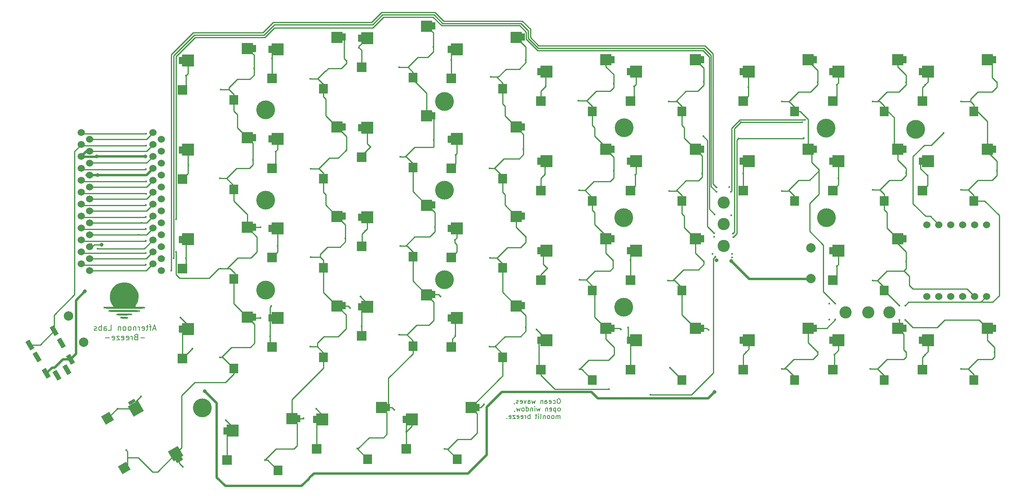
<source format=gbr>
%TF.GenerationSoftware,KiCad,Pcbnew,7.0.10*%
%TF.CreationDate,2024-03-24T21:28:29-04:00*%
%TF.ProjectId,Breeze,42726565-7a65-42e6-9b69-6361645f7063,Rev1.2*%
%TF.SameCoordinates,Original*%
%TF.FileFunction,Copper,L2,Bot*%
%TF.FilePolarity,Positive*%
%FSLAX46Y46*%
G04 Gerber Fmt 4.6, Leading zero omitted, Abs format (unit mm)*
G04 Created by KiCad (PCBNEW 7.0.10) date 2024-03-24 21:28:29*
%MOMM*%
%LPD*%
G01*
G04 APERTURE LIST*
G04 Aperture macros list*
%AMRotRect*
0 Rectangle, with rotation*
0 The origin of the aperture is its center*
0 $1 length*
0 $2 width*
0 $3 Rotation angle, in degrees counterclockwise*
0 Add horizontal line*
21,1,$1,$2,0,0,$3*%
G04 Aperture macros list end*
%ADD10C,0.150000*%
%TA.AperFunction,NonConductor*%
%ADD11C,0.150000*%
%TD*%
%ADD12C,0.200000*%
%TA.AperFunction,NonConductor*%
%ADD13C,0.200000*%
%TD*%
%TA.AperFunction,EtchedComponent*%
%ADD14C,0.010000*%
%TD*%
%TA.AperFunction,ComponentPad*%
%ADD15RotRect,1.000000X2.100000X30.000000*%
%TD*%
%TA.AperFunction,ComponentPad*%
%ADD16C,1.524000*%
%TD*%
%TA.AperFunction,SMDPad,CuDef*%
%ADD17R,0.700000X1.500000*%
%TD*%
%TA.AperFunction,SMDPad,CuDef*%
%ADD18R,2.000000X2.000000*%
%TD*%
%TA.AperFunction,SMDPad,CuDef*%
%ADD19R,2.500000X2.500000*%
%TD*%
%TA.AperFunction,SMDPad,CuDef*%
%ADD20R,2.400000X2.400000*%
%TD*%
%TA.AperFunction,SMDPad,CuDef*%
%ADD21R,1.900000X2.000000*%
%TD*%
%TA.AperFunction,SMDPad,CuDef*%
%ADD22RotRect,0.700000X1.500000X300.000000*%
%TD*%
%TA.AperFunction,SMDPad,CuDef*%
%ADD23RotRect,2.000000X2.000000X120.000000*%
%TD*%
%TA.AperFunction,SMDPad,CuDef*%
%ADD24RotRect,2.500000X2.500000X120.000000*%
%TD*%
%TA.AperFunction,SMDPad,CuDef*%
%ADD25RotRect,1.900000X2.000000X120.000000*%
%TD*%
%TA.AperFunction,SMDPad,CuDef*%
%ADD26RotRect,2.400000X2.400000X120.000000*%
%TD*%
%TA.AperFunction,ComponentPad*%
%ADD27C,2.000000*%
%TD*%
%TA.AperFunction,ComponentPad*%
%ADD28C,4.000000*%
%TD*%
%TA.AperFunction,ComponentPad*%
%ADD29C,2.600000*%
%TD*%
%TA.AperFunction,ViaPad*%
%ADD30C,0.800000*%
%TD*%
%TA.AperFunction,ViaPad*%
%ADD31C,0.400000*%
%TD*%
%TA.AperFunction,Conductor*%
%ADD32C,0.500000*%
%TD*%
%TA.AperFunction,Conductor*%
%ADD33C,0.250000*%
%TD*%
G04 APERTURE END LIST*
D10*
D11*
X218312744Y-177661819D02*
X218122268Y-177661819D01*
X218122268Y-177661819D02*
X218027030Y-177709438D01*
X218027030Y-177709438D02*
X217931792Y-177804676D01*
X217931792Y-177804676D02*
X217884173Y-177995152D01*
X217884173Y-177995152D02*
X217884173Y-178328485D01*
X217884173Y-178328485D02*
X217931792Y-178518961D01*
X217931792Y-178518961D02*
X218027030Y-178614200D01*
X218027030Y-178614200D02*
X218122268Y-178661819D01*
X218122268Y-178661819D02*
X218312744Y-178661819D01*
X218312744Y-178661819D02*
X218407982Y-178614200D01*
X218407982Y-178614200D02*
X218503220Y-178518961D01*
X218503220Y-178518961D02*
X218550839Y-178328485D01*
X218550839Y-178328485D02*
X218550839Y-177995152D01*
X218550839Y-177995152D02*
X218503220Y-177804676D01*
X218503220Y-177804676D02*
X218407982Y-177709438D01*
X218407982Y-177709438D02*
X218312744Y-177661819D01*
X217027030Y-178614200D02*
X217122268Y-178661819D01*
X217122268Y-178661819D02*
X217312744Y-178661819D01*
X217312744Y-178661819D02*
X217407982Y-178614200D01*
X217407982Y-178614200D02*
X217455601Y-178566580D01*
X217455601Y-178566580D02*
X217503220Y-178471342D01*
X217503220Y-178471342D02*
X217503220Y-178185628D01*
X217503220Y-178185628D02*
X217455601Y-178090390D01*
X217455601Y-178090390D02*
X217407982Y-178042771D01*
X217407982Y-178042771D02*
X217312744Y-177995152D01*
X217312744Y-177995152D02*
X217122268Y-177995152D01*
X217122268Y-177995152D02*
X217027030Y-178042771D01*
X216217506Y-178614200D02*
X216312744Y-178661819D01*
X216312744Y-178661819D02*
X216503220Y-178661819D01*
X216503220Y-178661819D02*
X216598458Y-178614200D01*
X216598458Y-178614200D02*
X216646077Y-178518961D01*
X216646077Y-178518961D02*
X216646077Y-178138009D01*
X216646077Y-178138009D02*
X216598458Y-178042771D01*
X216598458Y-178042771D02*
X216503220Y-177995152D01*
X216503220Y-177995152D02*
X216312744Y-177995152D01*
X216312744Y-177995152D02*
X216217506Y-178042771D01*
X216217506Y-178042771D02*
X216169887Y-178138009D01*
X216169887Y-178138009D02*
X216169887Y-178233247D01*
X216169887Y-178233247D02*
X216646077Y-178328485D01*
X215312744Y-178661819D02*
X215312744Y-178138009D01*
X215312744Y-178138009D02*
X215360363Y-178042771D01*
X215360363Y-178042771D02*
X215455601Y-177995152D01*
X215455601Y-177995152D02*
X215646077Y-177995152D01*
X215646077Y-177995152D02*
X215741315Y-178042771D01*
X215312744Y-178614200D02*
X215407982Y-178661819D01*
X215407982Y-178661819D02*
X215646077Y-178661819D01*
X215646077Y-178661819D02*
X215741315Y-178614200D01*
X215741315Y-178614200D02*
X215788934Y-178518961D01*
X215788934Y-178518961D02*
X215788934Y-178423723D01*
X215788934Y-178423723D02*
X215741315Y-178328485D01*
X215741315Y-178328485D02*
X215646077Y-178280866D01*
X215646077Y-178280866D02*
X215407982Y-178280866D01*
X215407982Y-178280866D02*
X215312744Y-178233247D01*
X214836553Y-177995152D02*
X214836553Y-178661819D01*
X214836553Y-178090390D02*
X214788934Y-178042771D01*
X214788934Y-178042771D02*
X214693696Y-177995152D01*
X214693696Y-177995152D02*
X214550839Y-177995152D01*
X214550839Y-177995152D02*
X214455601Y-178042771D01*
X214455601Y-178042771D02*
X214407982Y-178138009D01*
X214407982Y-178138009D02*
X214407982Y-178661819D01*
X213265124Y-177995152D02*
X213074648Y-178661819D01*
X213074648Y-178661819D02*
X212884172Y-178185628D01*
X212884172Y-178185628D02*
X212693696Y-178661819D01*
X212693696Y-178661819D02*
X212503220Y-177995152D01*
X211693696Y-178661819D02*
X211693696Y-178138009D01*
X211693696Y-178138009D02*
X211741315Y-178042771D01*
X211741315Y-178042771D02*
X211836553Y-177995152D01*
X211836553Y-177995152D02*
X212027029Y-177995152D01*
X212027029Y-177995152D02*
X212122267Y-178042771D01*
X211693696Y-178614200D02*
X211788934Y-178661819D01*
X211788934Y-178661819D02*
X212027029Y-178661819D01*
X212027029Y-178661819D02*
X212122267Y-178614200D01*
X212122267Y-178614200D02*
X212169886Y-178518961D01*
X212169886Y-178518961D02*
X212169886Y-178423723D01*
X212169886Y-178423723D02*
X212122267Y-178328485D01*
X212122267Y-178328485D02*
X212027029Y-178280866D01*
X212027029Y-178280866D02*
X211788934Y-178280866D01*
X211788934Y-178280866D02*
X211693696Y-178233247D01*
X211312743Y-177995152D02*
X211074648Y-178661819D01*
X211074648Y-178661819D02*
X210836553Y-177995152D01*
X210074648Y-178614200D02*
X210169886Y-178661819D01*
X210169886Y-178661819D02*
X210360362Y-178661819D01*
X210360362Y-178661819D02*
X210455600Y-178614200D01*
X210455600Y-178614200D02*
X210503219Y-178518961D01*
X210503219Y-178518961D02*
X210503219Y-178138009D01*
X210503219Y-178138009D02*
X210455600Y-178042771D01*
X210455600Y-178042771D02*
X210360362Y-177995152D01*
X210360362Y-177995152D02*
X210169886Y-177995152D01*
X210169886Y-177995152D02*
X210074648Y-178042771D01*
X210074648Y-178042771D02*
X210027029Y-178138009D01*
X210027029Y-178138009D02*
X210027029Y-178233247D01*
X210027029Y-178233247D02*
X210503219Y-178328485D01*
X209646076Y-178614200D02*
X209550838Y-178661819D01*
X209550838Y-178661819D02*
X209360362Y-178661819D01*
X209360362Y-178661819D02*
X209265124Y-178614200D01*
X209265124Y-178614200D02*
X209217505Y-178518961D01*
X209217505Y-178518961D02*
X209217505Y-178471342D01*
X209217505Y-178471342D02*
X209265124Y-178376104D01*
X209265124Y-178376104D02*
X209360362Y-178328485D01*
X209360362Y-178328485D02*
X209503219Y-178328485D01*
X209503219Y-178328485D02*
X209598457Y-178280866D01*
X209598457Y-178280866D02*
X209646076Y-178185628D01*
X209646076Y-178185628D02*
X209646076Y-178138009D01*
X209646076Y-178138009D02*
X209598457Y-178042771D01*
X209598457Y-178042771D02*
X209503219Y-177995152D01*
X209503219Y-177995152D02*
X209360362Y-177995152D01*
X209360362Y-177995152D02*
X209265124Y-178042771D01*
X208741314Y-178614200D02*
X208741314Y-178661819D01*
X208741314Y-178661819D02*
X208788933Y-178757057D01*
X208788933Y-178757057D02*
X208836552Y-178804676D01*
X218360363Y-180271819D02*
X218455601Y-180224200D01*
X218455601Y-180224200D02*
X218503220Y-180176580D01*
X218503220Y-180176580D02*
X218550839Y-180081342D01*
X218550839Y-180081342D02*
X218550839Y-179795628D01*
X218550839Y-179795628D02*
X218503220Y-179700390D01*
X218503220Y-179700390D02*
X218455601Y-179652771D01*
X218455601Y-179652771D02*
X218360363Y-179605152D01*
X218360363Y-179605152D02*
X218217506Y-179605152D01*
X218217506Y-179605152D02*
X218122268Y-179652771D01*
X218122268Y-179652771D02*
X218074649Y-179700390D01*
X218074649Y-179700390D02*
X218027030Y-179795628D01*
X218027030Y-179795628D02*
X218027030Y-180081342D01*
X218027030Y-180081342D02*
X218074649Y-180176580D01*
X218074649Y-180176580D02*
X218122268Y-180224200D01*
X218122268Y-180224200D02*
X218217506Y-180271819D01*
X218217506Y-180271819D02*
X218360363Y-180271819D01*
X217598458Y-179605152D02*
X217598458Y-180605152D01*
X217598458Y-179652771D02*
X217503220Y-179605152D01*
X217503220Y-179605152D02*
X217312744Y-179605152D01*
X217312744Y-179605152D02*
X217217506Y-179652771D01*
X217217506Y-179652771D02*
X217169887Y-179700390D01*
X217169887Y-179700390D02*
X217122268Y-179795628D01*
X217122268Y-179795628D02*
X217122268Y-180081342D01*
X217122268Y-180081342D02*
X217169887Y-180176580D01*
X217169887Y-180176580D02*
X217217506Y-180224200D01*
X217217506Y-180224200D02*
X217312744Y-180271819D01*
X217312744Y-180271819D02*
X217503220Y-180271819D01*
X217503220Y-180271819D02*
X217598458Y-180224200D01*
X216312744Y-180224200D02*
X216407982Y-180271819D01*
X216407982Y-180271819D02*
X216598458Y-180271819D01*
X216598458Y-180271819D02*
X216693696Y-180224200D01*
X216693696Y-180224200D02*
X216741315Y-180128961D01*
X216741315Y-180128961D02*
X216741315Y-179748009D01*
X216741315Y-179748009D02*
X216693696Y-179652771D01*
X216693696Y-179652771D02*
X216598458Y-179605152D01*
X216598458Y-179605152D02*
X216407982Y-179605152D01*
X216407982Y-179605152D02*
X216312744Y-179652771D01*
X216312744Y-179652771D02*
X216265125Y-179748009D01*
X216265125Y-179748009D02*
X216265125Y-179843247D01*
X216265125Y-179843247D02*
X216741315Y-179938485D01*
X215836553Y-179605152D02*
X215836553Y-180271819D01*
X215836553Y-179700390D02*
X215788934Y-179652771D01*
X215788934Y-179652771D02*
X215693696Y-179605152D01*
X215693696Y-179605152D02*
X215550839Y-179605152D01*
X215550839Y-179605152D02*
X215455601Y-179652771D01*
X215455601Y-179652771D02*
X215407982Y-179748009D01*
X215407982Y-179748009D02*
X215407982Y-180271819D01*
X214265124Y-179605152D02*
X214074648Y-180271819D01*
X214074648Y-180271819D02*
X213884172Y-179795628D01*
X213884172Y-179795628D02*
X213693696Y-180271819D01*
X213693696Y-180271819D02*
X213503220Y-179605152D01*
X213122267Y-180271819D02*
X213122267Y-179605152D01*
X213122267Y-179271819D02*
X213169886Y-179319438D01*
X213169886Y-179319438D02*
X213122267Y-179367057D01*
X213122267Y-179367057D02*
X213074648Y-179319438D01*
X213074648Y-179319438D02*
X213122267Y-179271819D01*
X213122267Y-179271819D02*
X213122267Y-179367057D01*
X212646077Y-179605152D02*
X212646077Y-180271819D01*
X212646077Y-179700390D02*
X212598458Y-179652771D01*
X212598458Y-179652771D02*
X212503220Y-179605152D01*
X212503220Y-179605152D02*
X212360363Y-179605152D01*
X212360363Y-179605152D02*
X212265125Y-179652771D01*
X212265125Y-179652771D02*
X212217506Y-179748009D01*
X212217506Y-179748009D02*
X212217506Y-180271819D01*
X211312744Y-180271819D02*
X211312744Y-179271819D01*
X211312744Y-180224200D02*
X211407982Y-180271819D01*
X211407982Y-180271819D02*
X211598458Y-180271819D01*
X211598458Y-180271819D02*
X211693696Y-180224200D01*
X211693696Y-180224200D02*
X211741315Y-180176580D01*
X211741315Y-180176580D02*
X211788934Y-180081342D01*
X211788934Y-180081342D02*
X211788934Y-179795628D01*
X211788934Y-179795628D02*
X211741315Y-179700390D01*
X211741315Y-179700390D02*
X211693696Y-179652771D01*
X211693696Y-179652771D02*
X211598458Y-179605152D01*
X211598458Y-179605152D02*
X211407982Y-179605152D01*
X211407982Y-179605152D02*
X211312744Y-179652771D01*
X210693696Y-180271819D02*
X210788934Y-180224200D01*
X210788934Y-180224200D02*
X210836553Y-180176580D01*
X210836553Y-180176580D02*
X210884172Y-180081342D01*
X210884172Y-180081342D02*
X210884172Y-179795628D01*
X210884172Y-179795628D02*
X210836553Y-179700390D01*
X210836553Y-179700390D02*
X210788934Y-179652771D01*
X210788934Y-179652771D02*
X210693696Y-179605152D01*
X210693696Y-179605152D02*
X210550839Y-179605152D01*
X210550839Y-179605152D02*
X210455601Y-179652771D01*
X210455601Y-179652771D02*
X210407982Y-179700390D01*
X210407982Y-179700390D02*
X210360363Y-179795628D01*
X210360363Y-179795628D02*
X210360363Y-180081342D01*
X210360363Y-180081342D02*
X210407982Y-180176580D01*
X210407982Y-180176580D02*
X210455601Y-180224200D01*
X210455601Y-180224200D02*
X210550839Y-180271819D01*
X210550839Y-180271819D02*
X210693696Y-180271819D01*
X210027029Y-179605152D02*
X209836553Y-180271819D01*
X209836553Y-180271819D02*
X209646077Y-179795628D01*
X209646077Y-179795628D02*
X209455601Y-180271819D01*
X209455601Y-180271819D02*
X209265125Y-179605152D01*
X208836553Y-180224200D02*
X208836553Y-180271819D01*
X208836553Y-180271819D02*
X208884172Y-180367057D01*
X208884172Y-180367057D02*
X208931791Y-180414676D01*
X218503220Y-181881819D02*
X218503220Y-181215152D01*
X218503220Y-181310390D02*
X218455601Y-181262771D01*
X218455601Y-181262771D02*
X218360363Y-181215152D01*
X218360363Y-181215152D02*
X218217506Y-181215152D01*
X218217506Y-181215152D02*
X218122268Y-181262771D01*
X218122268Y-181262771D02*
X218074649Y-181358009D01*
X218074649Y-181358009D02*
X218074649Y-181881819D01*
X218074649Y-181358009D02*
X218027030Y-181262771D01*
X218027030Y-181262771D02*
X217931792Y-181215152D01*
X217931792Y-181215152D02*
X217788935Y-181215152D01*
X217788935Y-181215152D02*
X217693696Y-181262771D01*
X217693696Y-181262771D02*
X217646077Y-181358009D01*
X217646077Y-181358009D02*
X217646077Y-181881819D01*
X217027030Y-181881819D02*
X217122268Y-181834200D01*
X217122268Y-181834200D02*
X217169887Y-181786580D01*
X217169887Y-181786580D02*
X217217506Y-181691342D01*
X217217506Y-181691342D02*
X217217506Y-181405628D01*
X217217506Y-181405628D02*
X217169887Y-181310390D01*
X217169887Y-181310390D02*
X217122268Y-181262771D01*
X217122268Y-181262771D02*
X217027030Y-181215152D01*
X217027030Y-181215152D02*
X216884173Y-181215152D01*
X216884173Y-181215152D02*
X216788935Y-181262771D01*
X216788935Y-181262771D02*
X216741316Y-181310390D01*
X216741316Y-181310390D02*
X216693697Y-181405628D01*
X216693697Y-181405628D02*
X216693697Y-181691342D01*
X216693697Y-181691342D02*
X216741316Y-181786580D01*
X216741316Y-181786580D02*
X216788935Y-181834200D01*
X216788935Y-181834200D02*
X216884173Y-181881819D01*
X216884173Y-181881819D02*
X217027030Y-181881819D01*
X216122268Y-181881819D02*
X216217506Y-181834200D01*
X216217506Y-181834200D02*
X216265125Y-181786580D01*
X216265125Y-181786580D02*
X216312744Y-181691342D01*
X216312744Y-181691342D02*
X216312744Y-181405628D01*
X216312744Y-181405628D02*
X216265125Y-181310390D01*
X216265125Y-181310390D02*
X216217506Y-181262771D01*
X216217506Y-181262771D02*
X216122268Y-181215152D01*
X216122268Y-181215152D02*
X215979411Y-181215152D01*
X215979411Y-181215152D02*
X215884173Y-181262771D01*
X215884173Y-181262771D02*
X215836554Y-181310390D01*
X215836554Y-181310390D02*
X215788935Y-181405628D01*
X215788935Y-181405628D02*
X215788935Y-181691342D01*
X215788935Y-181691342D02*
X215836554Y-181786580D01*
X215836554Y-181786580D02*
X215884173Y-181834200D01*
X215884173Y-181834200D02*
X215979411Y-181881819D01*
X215979411Y-181881819D02*
X216122268Y-181881819D01*
X215360363Y-181215152D02*
X215360363Y-181881819D01*
X215360363Y-181310390D02*
X215312744Y-181262771D01*
X215312744Y-181262771D02*
X215217506Y-181215152D01*
X215217506Y-181215152D02*
X215074649Y-181215152D01*
X215074649Y-181215152D02*
X214979411Y-181262771D01*
X214979411Y-181262771D02*
X214931792Y-181358009D01*
X214931792Y-181358009D02*
X214931792Y-181881819D01*
X214312744Y-181881819D02*
X214407982Y-181834200D01*
X214407982Y-181834200D02*
X214455601Y-181738961D01*
X214455601Y-181738961D02*
X214455601Y-180881819D01*
X213931791Y-181881819D02*
X213931791Y-181215152D01*
X213931791Y-180881819D02*
X213979410Y-180929438D01*
X213979410Y-180929438D02*
X213931791Y-180977057D01*
X213931791Y-180977057D02*
X213884172Y-180929438D01*
X213884172Y-180929438D02*
X213931791Y-180881819D01*
X213931791Y-180881819D02*
X213931791Y-180977057D01*
X213598458Y-181215152D02*
X213217506Y-181215152D01*
X213455601Y-180881819D02*
X213455601Y-181738961D01*
X213455601Y-181738961D02*
X213407982Y-181834200D01*
X213407982Y-181834200D02*
X213312744Y-181881819D01*
X213312744Y-181881819D02*
X213217506Y-181881819D01*
X212122267Y-181881819D02*
X212122267Y-180881819D01*
X212122267Y-181262771D02*
X212027029Y-181215152D01*
X212027029Y-181215152D02*
X211836553Y-181215152D01*
X211836553Y-181215152D02*
X211741315Y-181262771D01*
X211741315Y-181262771D02*
X211693696Y-181310390D01*
X211693696Y-181310390D02*
X211646077Y-181405628D01*
X211646077Y-181405628D02*
X211646077Y-181691342D01*
X211646077Y-181691342D02*
X211693696Y-181786580D01*
X211693696Y-181786580D02*
X211741315Y-181834200D01*
X211741315Y-181834200D02*
X211836553Y-181881819D01*
X211836553Y-181881819D02*
X212027029Y-181881819D01*
X212027029Y-181881819D02*
X212122267Y-181834200D01*
X211217505Y-181881819D02*
X211217505Y-181215152D01*
X211217505Y-181405628D02*
X211169886Y-181310390D01*
X211169886Y-181310390D02*
X211122267Y-181262771D01*
X211122267Y-181262771D02*
X211027029Y-181215152D01*
X211027029Y-181215152D02*
X210931791Y-181215152D01*
X210217505Y-181834200D02*
X210312743Y-181881819D01*
X210312743Y-181881819D02*
X210503219Y-181881819D01*
X210503219Y-181881819D02*
X210598457Y-181834200D01*
X210598457Y-181834200D02*
X210646076Y-181738961D01*
X210646076Y-181738961D02*
X210646076Y-181358009D01*
X210646076Y-181358009D02*
X210598457Y-181262771D01*
X210598457Y-181262771D02*
X210503219Y-181215152D01*
X210503219Y-181215152D02*
X210312743Y-181215152D01*
X210312743Y-181215152D02*
X210217505Y-181262771D01*
X210217505Y-181262771D02*
X210169886Y-181358009D01*
X210169886Y-181358009D02*
X210169886Y-181453247D01*
X210169886Y-181453247D02*
X210646076Y-181548485D01*
X209360362Y-181834200D02*
X209455600Y-181881819D01*
X209455600Y-181881819D02*
X209646076Y-181881819D01*
X209646076Y-181881819D02*
X209741314Y-181834200D01*
X209741314Y-181834200D02*
X209788933Y-181738961D01*
X209788933Y-181738961D02*
X209788933Y-181358009D01*
X209788933Y-181358009D02*
X209741314Y-181262771D01*
X209741314Y-181262771D02*
X209646076Y-181215152D01*
X209646076Y-181215152D02*
X209455600Y-181215152D01*
X209455600Y-181215152D02*
X209360362Y-181262771D01*
X209360362Y-181262771D02*
X209312743Y-181358009D01*
X209312743Y-181358009D02*
X209312743Y-181453247D01*
X209312743Y-181453247D02*
X209788933Y-181548485D01*
X208979409Y-181215152D02*
X208455600Y-181215152D01*
X208455600Y-181215152D02*
X208979409Y-181881819D01*
X208979409Y-181881819D02*
X208455600Y-181881819D01*
X207693695Y-181834200D02*
X207788933Y-181881819D01*
X207788933Y-181881819D02*
X207979409Y-181881819D01*
X207979409Y-181881819D02*
X208074647Y-181834200D01*
X208074647Y-181834200D02*
X208122266Y-181738961D01*
X208122266Y-181738961D02*
X208122266Y-181358009D01*
X208122266Y-181358009D02*
X208074647Y-181262771D01*
X208074647Y-181262771D02*
X207979409Y-181215152D01*
X207979409Y-181215152D02*
X207788933Y-181215152D01*
X207788933Y-181215152D02*
X207693695Y-181262771D01*
X207693695Y-181262771D02*
X207646076Y-181358009D01*
X207646076Y-181358009D02*
X207646076Y-181453247D01*
X207646076Y-181453247D02*
X208122266Y-181548485D01*
X207217504Y-181786580D02*
X207169885Y-181834200D01*
X207169885Y-181834200D02*
X207217504Y-181881819D01*
X207217504Y-181881819D02*
X207265123Y-181834200D01*
X207265123Y-181834200D02*
X207217504Y-181786580D01*
X207217504Y-181786580D02*
X207217504Y-181881819D01*
D12*
D13*
X132562855Y-162763885D02*
X131991427Y-162763885D01*
X132677141Y-163106742D02*
X132277141Y-161906742D01*
X132277141Y-161906742D02*
X131877141Y-163106742D01*
X131648570Y-162306742D02*
X131191427Y-162306742D01*
X131477141Y-163106742D02*
X131477141Y-162078171D01*
X131477141Y-162078171D02*
X131419998Y-161963885D01*
X131419998Y-161963885D02*
X131305713Y-161906742D01*
X131305713Y-161906742D02*
X131191427Y-161906742D01*
X130962856Y-162306742D02*
X130505713Y-162306742D01*
X130791427Y-161906742D02*
X130791427Y-162935314D01*
X130791427Y-162935314D02*
X130734284Y-163049600D01*
X130734284Y-163049600D02*
X130619999Y-163106742D01*
X130619999Y-163106742D02*
X130505713Y-163106742D01*
X129648570Y-163049600D02*
X129762856Y-163106742D01*
X129762856Y-163106742D02*
X129991428Y-163106742D01*
X129991428Y-163106742D02*
X130105713Y-163049600D01*
X130105713Y-163049600D02*
X130162856Y-162935314D01*
X130162856Y-162935314D02*
X130162856Y-162478171D01*
X130162856Y-162478171D02*
X130105713Y-162363885D01*
X130105713Y-162363885D02*
X129991428Y-162306742D01*
X129991428Y-162306742D02*
X129762856Y-162306742D01*
X129762856Y-162306742D02*
X129648570Y-162363885D01*
X129648570Y-162363885D02*
X129591428Y-162478171D01*
X129591428Y-162478171D02*
X129591428Y-162592457D01*
X129591428Y-162592457D02*
X130162856Y-162706742D01*
X129077142Y-163106742D02*
X129077142Y-162306742D01*
X129077142Y-162535314D02*
X129019999Y-162421028D01*
X129019999Y-162421028D02*
X128962857Y-162363885D01*
X128962857Y-162363885D02*
X128848571Y-162306742D01*
X128848571Y-162306742D02*
X128734285Y-162306742D01*
X128334285Y-162306742D02*
X128334285Y-163106742D01*
X128334285Y-162421028D02*
X128277142Y-162363885D01*
X128277142Y-162363885D02*
X128162857Y-162306742D01*
X128162857Y-162306742D02*
X127991428Y-162306742D01*
X127991428Y-162306742D02*
X127877142Y-162363885D01*
X127877142Y-162363885D02*
X127820000Y-162478171D01*
X127820000Y-162478171D02*
X127820000Y-163106742D01*
X127077143Y-163106742D02*
X127191428Y-163049600D01*
X127191428Y-163049600D02*
X127248571Y-162992457D01*
X127248571Y-162992457D02*
X127305714Y-162878171D01*
X127305714Y-162878171D02*
X127305714Y-162535314D01*
X127305714Y-162535314D02*
X127248571Y-162421028D01*
X127248571Y-162421028D02*
X127191428Y-162363885D01*
X127191428Y-162363885D02*
X127077143Y-162306742D01*
X127077143Y-162306742D02*
X126905714Y-162306742D01*
X126905714Y-162306742D02*
X126791428Y-162363885D01*
X126791428Y-162363885D02*
X126734286Y-162421028D01*
X126734286Y-162421028D02*
X126677143Y-162535314D01*
X126677143Y-162535314D02*
X126677143Y-162878171D01*
X126677143Y-162878171D02*
X126734286Y-162992457D01*
X126734286Y-162992457D02*
X126791428Y-163049600D01*
X126791428Y-163049600D02*
X126905714Y-163106742D01*
X126905714Y-163106742D02*
X127077143Y-163106742D01*
X125991429Y-163106742D02*
X126105714Y-163049600D01*
X126105714Y-163049600D02*
X126162857Y-162992457D01*
X126162857Y-162992457D02*
X126220000Y-162878171D01*
X126220000Y-162878171D02*
X126220000Y-162535314D01*
X126220000Y-162535314D02*
X126162857Y-162421028D01*
X126162857Y-162421028D02*
X126105714Y-162363885D01*
X126105714Y-162363885D02*
X125991429Y-162306742D01*
X125991429Y-162306742D02*
X125820000Y-162306742D01*
X125820000Y-162306742D02*
X125705714Y-162363885D01*
X125705714Y-162363885D02*
X125648572Y-162421028D01*
X125648572Y-162421028D02*
X125591429Y-162535314D01*
X125591429Y-162535314D02*
X125591429Y-162878171D01*
X125591429Y-162878171D02*
X125648572Y-162992457D01*
X125648572Y-162992457D02*
X125705714Y-163049600D01*
X125705714Y-163049600D02*
X125820000Y-163106742D01*
X125820000Y-163106742D02*
X125991429Y-163106742D01*
X125077143Y-162306742D02*
X125077143Y-163106742D01*
X125077143Y-162421028D02*
X125020000Y-162363885D01*
X125020000Y-162363885D02*
X124905715Y-162306742D01*
X124905715Y-162306742D02*
X124734286Y-162306742D01*
X124734286Y-162306742D02*
X124620000Y-162363885D01*
X124620000Y-162363885D02*
X124562858Y-162478171D01*
X124562858Y-162478171D02*
X124562858Y-163106742D01*
X122505715Y-163106742D02*
X123077143Y-163106742D01*
X123077143Y-163106742D02*
X123077143Y-161906742D01*
X121591429Y-163106742D02*
X121591429Y-162478171D01*
X121591429Y-162478171D02*
X121648571Y-162363885D01*
X121648571Y-162363885D02*
X121762857Y-162306742D01*
X121762857Y-162306742D02*
X121991429Y-162306742D01*
X121991429Y-162306742D02*
X122105714Y-162363885D01*
X121591429Y-163049600D02*
X121705714Y-163106742D01*
X121705714Y-163106742D02*
X121991429Y-163106742D01*
X121991429Y-163106742D02*
X122105714Y-163049600D01*
X122105714Y-163049600D02*
X122162857Y-162935314D01*
X122162857Y-162935314D02*
X122162857Y-162821028D01*
X122162857Y-162821028D02*
X122105714Y-162706742D01*
X122105714Y-162706742D02*
X121991429Y-162649600D01*
X121991429Y-162649600D02*
X121705714Y-162649600D01*
X121705714Y-162649600D02*
X121591429Y-162592457D01*
X121020000Y-163106742D02*
X121020000Y-161906742D01*
X121020000Y-162363885D02*
X120905715Y-162306742D01*
X120905715Y-162306742D02*
X120677143Y-162306742D01*
X120677143Y-162306742D02*
X120562857Y-162363885D01*
X120562857Y-162363885D02*
X120505715Y-162421028D01*
X120505715Y-162421028D02*
X120448572Y-162535314D01*
X120448572Y-162535314D02*
X120448572Y-162878171D01*
X120448572Y-162878171D02*
X120505715Y-162992457D01*
X120505715Y-162992457D02*
X120562857Y-163049600D01*
X120562857Y-163049600D02*
X120677143Y-163106742D01*
X120677143Y-163106742D02*
X120905715Y-163106742D01*
X120905715Y-163106742D02*
X121020000Y-163049600D01*
X119991429Y-163049600D02*
X119877143Y-163106742D01*
X119877143Y-163106742D02*
X119648572Y-163106742D01*
X119648572Y-163106742D02*
X119534286Y-163049600D01*
X119534286Y-163049600D02*
X119477143Y-162935314D01*
X119477143Y-162935314D02*
X119477143Y-162878171D01*
X119477143Y-162878171D02*
X119534286Y-162763885D01*
X119534286Y-162763885D02*
X119648572Y-162706742D01*
X119648572Y-162706742D02*
X119820001Y-162706742D01*
X119820001Y-162706742D02*
X119934286Y-162649600D01*
X119934286Y-162649600D02*
X119991429Y-162535314D01*
X119991429Y-162535314D02*
X119991429Y-162478171D01*
X119991429Y-162478171D02*
X119934286Y-162363885D01*
X119934286Y-162363885D02*
X119820001Y-162306742D01*
X119820001Y-162306742D02*
X119648572Y-162306742D01*
X119648572Y-162306742D02*
X119534286Y-162363885D01*
D12*
D13*
X130219998Y-164681600D02*
X129305713Y-164681600D01*
X128334284Y-164510171D02*
X128162856Y-164567314D01*
X128162856Y-164567314D02*
X128105713Y-164624457D01*
X128105713Y-164624457D02*
X128048570Y-164738742D01*
X128048570Y-164738742D02*
X128048570Y-164910171D01*
X128048570Y-164910171D02*
X128105713Y-165024457D01*
X128105713Y-165024457D02*
X128162856Y-165081600D01*
X128162856Y-165081600D02*
X128277141Y-165138742D01*
X128277141Y-165138742D02*
X128734284Y-165138742D01*
X128734284Y-165138742D02*
X128734284Y-163938742D01*
X128734284Y-163938742D02*
X128334284Y-163938742D01*
X128334284Y-163938742D02*
X128219999Y-163995885D01*
X128219999Y-163995885D02*
X128162856Y-164053028D01*
X128162856Y-164053028D02*
X128105713Y-164167314D01*
X128105713Y-164167314D02*
X128105713Y-164281600D01*
X128105713Y-164281600D02*
X128162856Y-164395885D01*
X128162856Y-164395885D02*
X128219999Y-164453028D01*
X128219999Y-164453028D02*
X128334284Y-164510171D01*
X128334284Y-164510171D02*
X128734284Y-164510171D01*
X127534284Y-165138742D02*
X127534284Y-164338742D01*
X127534284Y-164567314D02*
X127477141Y-164453028D01*
X127477141Y-164453028D02*
X127419999Y-164395885D01*
X127419999Y-164395885D02*
X127305713Y-164338742D01*
X127305713Y-164338742D02*
X127191427Y-164338742D01*
X126334284Y-165081600D02*
X126448570Y-165138742D01*
X126448570Y-165138742D02*
X126677142Y-165138742D01*
X126677142Y-165138742D02*
X126791427Y-165081600D01*
X126791427Y-165081600D02*
X126848570Y-164967314D01*
X126848570Y-164967314D02*
X126848570Y-164510171D01*
X126848570Y-164510171D02*
X126791427Y-164395885D01*
X126791427Y-164395885D02*
X126677142Y-164338742D01*
X126677142Y-164338742D02*
X126448570Y-164338742D01*
X126448570Y-164338742D02*
X126334284Y-164395885D01*
X126334284Y-164395885D02*
X126277142Y-164510171D01*
X126277142Y-164510171D02*
X126277142Y-164624457D01*
X126277142Y-164624457D02*
X126848570Y-164738742D01*
X125305713Y-165081600D02*
X125419999Y-165138742D01*
X125419999Y-165138742D02*
X125648571Y-165138742D01*
X125648571Y-165138742D02*
X125762856Y-165081600D01*
X125762856Y-165081600D02*
X125819999Y-164967314D01*
X125819999Y-164967314D02*
X125819999Y-164510171D01*
X125819999Y-164510171D02*
X125762856Y-164395885D01*
X125762856Y-164395885D02*
X125648571Y-164338742D01*
X125648571Y-164338742D02*
X125419999Y-164338742D01*
X125419999Y-164338742D02*
X125305713Y-164395885D01*
X125305713Y-164395885D02*
X125248571Y-164510171D01*
X125248571Y-164510171D02*
X125248571Y-164624457D01*
X125248571Y-164624457D02*
X125819999Y-164738742D01*
X124848571Y-164338742D02*
X124220000Y-164338742D01*
X124220000Y-164338742D02*
X124848571Y-165138742D01*
X124848571Y-165138742D02*
X124220000Y-165138742D01*
X123305713Y-165081600D02*
X123419999Y-165138742D01*
X123419999Y-165138742D02*
X123648571Y-165138742D01*
X123648571Y-165138742D02*
X123762856Y-165081600D01*
X123762856Y-165081600D02*
X123819999Y-164967314D01*
X123819999Y-164967314D02*
X123819999Y-164510171D01*
X123819999Y-164510171D02*
X123762856Y-164395885D01*
X123762856Y-164395885D02*
X123648571Y-164338742D01*
X123648571Y-164338742D02*
X123419999Y-164338742D01*
X123419999Y-164338742D02*
X123305713Y-164395885D01*
X123305713Y-164395885D02*
X123248571Y-164510171D01*
X123248571Y-164510171D02*
X123248571Y-164624457D01*
X123248571Y-164624457D02*
X123819999Y-164738742D01*
X122734285Y-164681600D02*
X121820000Y-164681600D01*
%TO.C,LGO1*%
D14*
X126421940Y-159515036D02*
X126834402Y-159519500D01*
X127120977Y-159529428D01*
X127303387Y-159546854D01*
X127403351Y-159573813D01*
X127442591Y-159612341D01*
X127443281Y-159662167D01*
X127419338Y-159714574D01*
X127355396Y-159753776D01*
X127228808Y-159782184D01*
X127016930Y-159802207D01*
X126697114Y-159816255D01*
X126246716Y-159826737D01*
X125834544Y-159833346D01*
X125218037Y-159837613D01*
X124738448Y-159830798D01*
X124405111Y-159813263D01*
X124227363Y-159785372D01*
X124200807Y-159769846D01*
X124169076Y-159684893D01*
X124204521Y-159620602D01*
X124324760Y-159574260D01*
X124547410Y-159543152D01*
X124890089Y-159524565D01*
X125370414Y-159515786D01*
X125861872Y-159514000D01*
X126421940Y-159515036D01*
%TA.AperFunction,EtchedComponent*%
G36*
X126421940Y-159515036D02*
G01*
X126834402Y-159519500D01*
X127120977Y-159529428D01*
X127303387Y-159546854D01*
X127403351Y-159573813D01*
X127442591Y-159612341D01*
X127443281Y-159662167D01*
X127419338Y-159714574D01*
X127355396Y-159753776D01*
X127228808Y-159782184D01*
X127016930Y-159802207D01*
X126697114Y-159816255D01*
X126246716Y-159826737D01*
X125834544Y-159833346D01*
X125218037Y-159837613D01*
X124738448Y-159830798D01*
X124405111Y-159813263D01*
X124227363Y-159785372D01*
X124200807Y-159769846D01*
X124169076Y-159684893D01*
X124204521Y-159620602D01*
X124324760Y-159574260D01*
X124547410Y-159543152D01*
X124890089Y-159524565D01*
X125370414Y-159515786D01*
X125861872Y-159514000D01*
X126421940Y-159515036D01*
G37*
%TD.AperFunction*%
X126218940Y-152957442D02*
X126513663Y-152979064D01*
X126745807Y-153026710D01*
X126968674Y-153109870D01*
X127136761Y-153188912D01*
X127628383Y-153506137D01*
X128080477Y-153937240D01*
X128447243Y-154432252D01*
X128646846Y-154836450D01*
X128792258Y-155413846D01*
X128823715Y-156031964D01*
X128747269Y-156645920D01*
X128568967Y-157210832D01*
X128294859Y-157681815D01*
X128257090Y-157728376D01*
X128123846Y-157899103D01*
X128054713Y-158011853D01*
X128052000Y-158023389D01*
X128131296Y-158042892D01*
X128347719Y-158058982D01*
X128669072Y-158070087D01*
X129063161Y-158074633D01*
X129101275Y-158074667D01*
X129562174Y-158078824D01*
X129878257Y-158093056D01*
X130073880Y-158120005D01*
X130173396Y-158162310D01*
X130196108Y-158193389D01*
X130208456Y-158329005D01*
X130191055Y-158362723D01*
X130099023Y-158372517D01*
X129853724Y-158381686D01*
X129471228Y-158390047D01*
X128967601Y-158397413D01*
X128358911Y-158403600D01*
X127661225Y-158408423D01*
X126890611Y-158411697D01*
X126063135Y-158413237D01*
X125794222Y-158413334D01*
X124825839Y-158413201D01*
X124013147Y-158412449D01*
X123342505Y-158410546D01*
X122800271Y-158406961D01*
X122372805Y-158401161D01*
X122046463Y-158392616D01*
X121807604Y-158380795D01*
X121642587Y-158365165D01*
X121537771Y-158345194D01*
X121479512Y-158320353D01*
X121454170Y-158290109D01*
X121448104Y-158253930D01*
X121448000Y-158244000D01*
X121457340Y-158174856D01*
X121503352Y-158127621D01*
X121613031Y-158098139D01*
X121813367Y-158082257D01*
X122131352Y-158075820D01*
X122548108Y-158074667D01*
X123648215Y-158074667D01*
X123353216Y-157688197D01*
X123153343Y-157369916D01*
X122979993Y-156999524D01*
X122920372Y-156827558D01*
X122830374Y-156319603D01*
X122821023Y-155748651D01*
X122888311Y-155185398D01*
X123028228Y-154700542D01*
X123042959Y-154666076D01*
X123313847Y-154209142D01*
X123698699Y-153766301D01*
X124146517Y-153389873D01*
X124485299Y-153186381D01*
X124729401Y-153075638D01*
X124949217Y-153006300D01*
X125197877Y-152968969D01*
X125528513Y-152954248D01*
X125808334Y-152952351D01*
X126218940Y-152957442D01*
%TA.AperFunction,EtchedComponent*%
G36*
X126218940Y-152957442D02*
G01*
X126513663Y-152979064D01*
X126745807Y-153026710D01*
X126968674Y-153109870D01*
X127136761Y-153188912D01*
X127628383Y-153506137D01*
X128080477Y-153937240D01*
X128447243Y-154432252D01*
X128646846Y-154836450D01*
X128792258Y-155413846D01*
X128823715Y-156031964D01*
X128747269Y-156645920D01*
X128568967Y-157210832D01*
X128294859Y-157681815D01*
X128257090Y-157728376D01*
X128123846Y-157899103D01*
X128054713Y-158011853D01*
X128052000Y-158023389D01*
X128131296Y-158042892D01*
X128347719Y-158058982D01*
X128669072Y-158070087D01*
X129063161Y-158074633D01*
X129101275Y-158074667D01*
X129562174Y-158078824D01*
X129878257Y-158093056D01*
X130073880Y-158120005D01*
X130173396Y-158162310D01*
X130196108Y-158193389D01*
X130208456Y-158329005D01*
X130191055Y-158362723D01*
X130099023Y-158372517D01*
X129853724Y-158381686D01*
X129471228Y-158390047D01*
X128967601Y-158397413D01*
X128358911Y-158403600D01*
X127661225Y-158408423D01*
X126890611Y-158411697D01*
X126063135Y-158413237D01*
X125794222Y-158413334D01*
X124825839Y-158413201D01*
X124013147Y-158412449D01*
X123342505Y-158410546D01*
X122800271Y-158406961D01*
X122372805Y-158401161D01*
X122046463Y-158392616D01*
X121807604Y-158380795D01*
X121642587Y-158365165D01*
X121537771Y-158345194D01*
X121479512Y-158320353D01*
X121454170Y-158290109D01*
X121448104Y-158253930D01*
X121448000Y-158244000D01*
X121457340Y-158174856D01*
X121503352Y-158127621D01*
X121613031Y-158098139D01*
X121813367Y-158082257D01*
X122131352Y-158075820D01*
X122548108Y-158074667D01*
X123648215Y-158074667D01*
X123353216Y-157688197D01*
X123153343Y-157369916D01*
X122979993Y-156999524D01*
X122920372Y-156827558D01*
X122830374Y-156319603D01*
X122821023Y-155748651D01*
X122888311Y-155185398D01*
X123028228Y-154700542D01*
X123042959Y-154666076D01*
X123313847Y-154209142D01*
X123698699Y-153766301D01*
X124146517Y-153389873D01*
X124485299Y-153186381D01*
X124729401Y-153075638D01*
X124949217Y-153006300D01*
X125197877Y-152968969D01*
X125528513Y-152954248D01*
X125808334Y-152952351D01*
X126218940Y-152957442D01*
G37*
%TD.AperFunction*%
X125857603Y-160208861D02*
X126213147Y-160226480D01*
X126432415Y-160254155D01*
X126548451Y-160299618D01*
X126594296Y-160370600D01*
X126596772Y-160381834D01*
X126593482Y-160452373D01*
X126530600Y-160496325D01*
X126377829Y-160519796D01*
X126104872Y-160528896D01*
X125861872Y-160530000D01*
X125478438Y-160519956D01*
X125199246Y-160492000D01*
X125053359Y-160449392D01*
X125041774Y-160437956D01*
X125022375Y-160321440D01*
X125140802Y-160245983D01*
X125406285Y-160208993D01*
X125828060Y-160207877D01*
X125857603Y-160208861D01*
%TA.AperFunction,EtchedComponent*%
G36*
X125857603Y-160208861D02*
G01*
X126213147Y-160226480D01*
X126432415Y-160254155D01*
X126548451Y-160299618D01*
X126594296Y-160370600D01*
X126596772Y-160381834D01*
X126593482Y-160452373D01*
X126530600Y-160496325D01*
X126377829Y-160519796D01*
X126104872Y-160528896D01*
X125861872Y-160530000D01*
X125478438Y-160519956D01*
X125199246Y-160492000D01*
X125053359Y-160449392D01*
X125041774Y-160437956D01*
X125022375Y-160321440D01*
X125140802Y-160245983D01*
X125406285Y-160208993D01*
X125828060Y-160207877D01*
X125857603Y-160208861D01*
G37*
%TD.AperFunction*%
X125244610Y-158766539D02*
X125962889Y-158770642D01*
X125976528Y-158770744D01*
X126789483Y-158777333D01*
X127449180Y-158784200D01*
X127971693Y-158792219D01*
X128373095Y-158802262D01*
X128669460Y-158815204D01*
X128876863Y-158831919D01*
X129011377Y-158853280D01*
X129089076Y-158880160D01*
X129126033Y-158913434D01*
X129136569Y-158942500D01*
X129135263Y-158979742D01*
X129105423Y-159010182D01*
X129031761Y-159034502D01*
X128898989Y-159053384D01*
X128691821Y-159067509D01*
X128394970Y-159077560D01*
X127993146Y-159084218D01*
X127471064Y-159088165D01*
X126813436Y-159090083D01*
X126004974Y-159090654D01*
X125814542Y-159090667D01*
X124963044Y-159089996D01*
X124266033Y-159087614D01*
X123708665Y-159082964D01*
X123276096Y-159075492D01*
X122953483Y-159064642D01*
X122725984Y-159049858D01*
X122578755Y-159030586D01*
X122496952Y-159006268D01*
X122465732Y-158976351D01*
X122464000Y-158965280D01*
X122535764Y-158849941D01*
X122654500Y-158793524D01*
X122780584Y-158783575D01*
X123055812Y-158775622D01*
X123460007Y-158769803D01*
X123972991Y-158766258D01*
X124574584Y-158765123D01*
X125244610Y-158766539D01*
%TA.AperFunction,EtchedComponent*%
G36*
X125244610Y-158766539D02*
G01*
X125962889Y-158770642D01*
X125976528Y-158770744D01*
X126789483Y-158777333D01*
X127449180Y-158784200D01*
X127971693Y-158792219D01*
X128373095Y-158802262D01*
X128669460Y-158815204D01*
X128876863Y-158831919D01*
X129011377Y-158853280D01*
X129089076Y-158880160D01*
X129126033Y-158913434D01*
X129136569Y-158942500D01*
X129135263Y-158979742D01*
X129105423Y-159010182D01*
X129031761Y-159034502D01*
X128898989Y-159053384D01*
X128691821Y-159067509D01*
X128394970Y-159077560D01*
X127993146Y-159084218D01*
X127471064Y-159088165D01*
X126813436Y-159090083D01*
X126004974Y-159090654D01*
X125814542Y-159090667D01*
X124963044Y-159089996D01*
X124266033Y-159087614D01*
X123708665Y-159082964D01*
X123276096Y-159075492D01*
X122953483Y-159064642D01*
X122725984Y-159049858D01*
X122578755Y-159030586D01*
X122496952Y-159006268D01*
X122465732Y-158976351D01*
X122464000Y-158965280D01*
X122535764Y-158849941D01*
X122654500Y-158793524D01*
X122780584Y-158783575D01*
X123055812Y-158775622D01*
X123460007Y-158769803D01*
X123972991Y-158766258D01*
X124574584Y-158765123D01*
X125244610Y-158766539D01*
G37*
%TD.AperFunction*%
%TD*%
D15*
%TO.P,J1,1*%
%TO.N,VCC*%
X109299802Y-172246062D03*
X114452653Y-169271062D03*
%TO.P,J1,2*%
%TO.N,GND*%
X107299802Y-168781960D03*
X112452653Y-165806960D03*
%TO.P,J1,3*%
%TO.N,DATA*%
X105799802Y-166183884D03*
X110952653Y-163208884D03*
%TO.P,J1,4*%
%TO.N,GND*%
X113687109Y-171445100D03*
X111565347Y-172670100D03*
%TD*%
D16*
%TO.P,MCU-MAIN1,1*%
%TO.N,Net-(MCU-MAIN1-Pad1)*%
X116704000Y-121031000D03*
X133742815Y-122426745D03*
%TO.P,MCU-MAIN1,2*%
%TO.N,DATA*%
X116704000Y-123571000D03*
X133742815Y-124966745D03*
%TO.P,MCU-MAIN1,3*%
%TO.N,GND*%
X133742815Y-127506745D03*
X116704000Y-126111000D03*
%TO.P,MCU-MAIN1,4*%
X116704000Y-128651000D03*
X133742815Y-130046745D03*
%TO.P,MCU-MAIN1,5*%
%TO.N,COL1*%
X116704000Y-131191000D03*
X133742815Y-132586745D03*
%TO.P,MCU-MAIN1,6*%
%TO.N,COL2*%
X116704000Y-133731000D03*
X133742815Y-135126745D03*
%TO.P,MCU-MAIN1,7*%
%TO.N,COL3*%
X116704000Y-136271000D03*
X133742815Y-137666745D03*
%TO.P,MCU-MAIN1,8*%
%TO.N,COL4*%
X133742815Y-140206745D03*
X116704000Y-138811000D03*
%TO.P,MCU-MAIN1,9*%
%TO.N,COL5*%
X133742815Y-142746745D03*
X116704000Y-141351000D03*
%TO.P,MCU-MAIN1,10*%
%TO.N,COL6*%
X133742815Y-145286745D03*
X116704000Y-143891000D03*
%TO.P,MCU-MAIN1,11*%
%TO.N,COL7*%
X116704000Y-146431000D03*
X133742815Y-147826745D03*
%TO.P,MCU-MAIN1,12*%
%TO.N,COL8*%
X133742815Y-150366745D03*
X116704000Y-148971000D03*
%TO.P,MCU-MAIN1,13*%
%TO.N,Net-(MCU-MAIN1-Pad13)*%
X131944000Y-148971000D03*
X118502815Y-150366745D03*
%TO.P,MCU-MAIN1,14*%
%TO.N,COL0*%
X118502815Y-147826745D03*
X131944000Y-146431000D03*
%TO.P,MCU-MAIN1,15.1*%
%TO.N,GND*%
X118502815Y-145286745D03*
%TO.P,MCU-MAIN1,15.2*%
%TO.N,VCC*%
X131944000Y-143891000D03*
%TO.P,MCU-MAIN1,16*%
%TO.N,ROW4*%
X131944000Y-141351000D03*
X118502815Y-142746745D03*
%TO.P,MCU-MAIN1,17*%
%TO.N,ROW3*%
X131944000Y-138811000D03*
X118502815Y-140206745D03*
%TO.P,MCU-MAIN1,18*%
%TO.N,ROW2*%
X131944000Y-136271000D03*
X118502815Y-137666745D03*
%TO.P,MCU-MAIN1,19*%
%TO.N,ROW1*%
X118502815Y-135126745D03*
X131944000Y-133731000D03*
%TO.P,MCU-MAIN1,20*%
%TO.N,ROW0*%
X118502815Y-132586745D03*
X131944000Y-131191000D03*
%TO.P,MCU-MAIN1,21*%
%TO.N,VCC*%
X131944000Y-128651000D03*
X118502815Y-130046745D03*
%TO.P,MCU-MAIN1,22*%
%TO.N,RST*%
X118502815Y-127506745D03*
X131944000Y-126111000D03*
%TO.P,MCU-MAIN1,23*%
%TO.N,GND*%
X118502815Y-124966745D03*
X131944000Y-123571000D03*
%TO.P,MCU-MAIN1,24*%
%TO.N,Net-(MCU-MAIN1-Pad24)*%
X131944000Y-121031000D03*
X118502815Y-122426745D03*
%TD*%
D17*
%TO.P,DOWN,1*%
%TO.N,Net-(DAN1-Pad2)*%
X276098000Y-165240000D03*
D18*
X276498000Y-171440000D03*
D19*
X277698000Y-165200000D03*
D20*
%TO.P,DOWN,2*%
%TO.N,COL7*%
X290298000Y-162660000D03*
D17*
X291798000Y-162640000D03*
D21*
X287398000Y-173640000D03*
%TD*%
D19*
%TO.P,LEFT,1*%
%TO.N,Net-(DALF1-Pad2)*%
X258648000Y-165200000D03*
D17*
X257048000Y-165240000D03*
D18*
X257448000Y-171440000D03*
D21*
%TO.P,LEFT,2*%
%TO.N,COL6*%
X268348000Y-173640000D03*
D17*
X272748000Y-162640000D03*
D20*
X271248000Y-162660000D03*
%TD*%
D18*
%TO.P,RIGHT,1*%
%TO.N,Net-(DRT1-Pad2)*%
X295548000Y-171440000D03*
D19*
X296748000Y-165200000D03*
D17*
X295148000Y-165240000D03*
D21*
%TO.P,RIGHT,2*%
%TO.N,COL8*%
X306448000Y-173640000D03*
D17*
X310848000Y-162640000D03*
D20*
X309348000Y-162660000D03*
%TD*%
D18*
%TO.P,UP,1*%
%TO.N,Net-(DUP1-Pad2)*%
X276498000Y-152390000D03*
D19*
X277698000Y-146150000D03*
D17*
X276098000Y-146190000D03*
D21*
%TO.P,UP,2*%
%TO.N,COL7*%
X287398000Y-154590000D03*
D17*
X291798000Y-143590000D03*
D20*
X290298000Y-143610000D03*
%TD*%
D19*
%TO.P,MC1,1*%
%TO.N,Net-(DMC1-Pad2)*%
X258648000Y-108050000D03*
D17*
X257048000Y-108090000D03*
D18*
X257448000Y-114290000D03*
D20*
%TO.P,MC1,2*%
%TO.N,COL6*%
X271248000Y-105510000D03*
D17*
X272748000Y-105490000D03*
D21*
X268348000Y-116490000D03*
%TD*%
D17*
%TO.P,MC2,1*%
%TO.N,Net-(DMC2-Pad2)*%
X276098000Y-108090000D03*
D19*
X277698000Y-108050000D03*
D18*
X276498000Y-114290000D03*
D17*
%TO.P,MC2,2*%
%TO.N,COL7*%
X291798000Y-105490000D03*
D21*
X287398000Y-116490000D03*
D20*
X290298000Y-105510000D03*
%TD*%
D18*
%TO.P,MC3,1*%
%TO.N,Net-(DMC3-Pad2)*%
X295548000Y-114290000D03*
D17*
X295148000Y-108090000D03*
D19*
X296748000Y-108050000D03*
D20*
%TO.P,MC3,2*%
%TO.N,COL8*%
X309348000Y-105510000D03*
D21*
X306448000Y-116490000D03*
D17*
X310848000Y-105490000D03*
%TD*%
D19*
%TO.P,MC4,1*%
%TO.N,Net-(DMC4-Pad2)*%
X258648000Y-127100000D03*
D17*
X257048000Y-127140000D03*
D18*
X257448000Y-133340000D03*
D20*
%TO.P,MC4,2*%
%TO.N,COL6*%
X271248000Y-124560000D03*
D21*
X268348000Y-135540000D03*
D17*
X272748000Y-124540000D03*
%TD*%
D18*
%TO.P,MC5,1*%
%TO.N,Net-(DMC5-Pad2)*%
X276498000Y-133340000D03*
D17*
X276098000Y-127140000D03*
D19*
X277698000Y-127100000D03*
D17*
%TO.P,MC5,2*%
%TO.N,COL7*%
X291798000Y-124540000D03*
D20*
X290298000Y-124560000D03*
D21*
X287398000Y-135540000D03*
%TD*%
D18*
%TO.P,MC6,1*%
%TO.N,Net-(DMC6-Pad2)*%
X295548000Y-133340000D03*
D17*
X295148000Y-127140000D03*
D19*
X296748000Y-127100000D03*
D17*
%TO.P,MC6,2*%
%TO.N,COL8*%
X310848000Y-124540000D03*
D20*
X309348000Y-124560000D03*
D21*
X306448000Y-135540000D03*
%TD*%
D19*
%TO.P,SW1,1*%
%TO.N,Net-(D1-Pad2)*%
X139440000Y-105666000D03*
D18*
X138240000Y-111906000D03*
D17*
X137840000Y-105706000D03*
%TO.P,SW1,2*%
%TO.N,COL0*%
X153540000Y-103106000D03*
D21*
X149140000Y-114106000D03*
D20*
X152040000Y-103126000D03*
%TD*%
D17*
%TO.P,SW2,1*%
%TO.N,Net-(D2-Pad2)*%
X156890000Y-103325000D03*
D18*
X157290000Y-109525000D03*
D19*
X158490000Y-103285000D03*
D21*
%TO.P,SW2,2*%
%TO.N,COL1*%
X168190000Y-111725000D03*
D17*
X172590000Y-100725000D03*
D20*
X171090000Y-100745000D03*
%TD*%
D18*
%TO.P,SW3,1*%
%TO.N,Net-(D3-Pad2)*%
X176340000Y-107140000D03*
D17*
X175940000Y-100940000D03*
D19*
X177540000Y-100900000D03*
D20*
%TO.P,SW3,2*%
%TO.N,COL2*%
X190140000Y-98360000D03*
D21*
X187240000Y-109340000D03*
D17*
X191640000Y-98340000D03*
%TD*%
D19*
%TO.P,SW4,1*%
%TO.N,Net-(D4-Pad2)*%
X196590000Y-103285000D03*
D18*
X195390000Y-109525000D03*
D17*
X194990000Y-103325000D03*
D20*
%TO.P,SW4,2*%
%TO.N,COL3*%
X209190000Y-100745000D03*
D17*
X210690000Y-100725000D03*
D21*
X206290000Y-111725000D03*
%TD*%
D19*
%TO.P,SW5,1*%
%TO.N,Net-(D5-Pad2)*%
X215640000Y-108050000D03*
D18*
X214440000Y-114290000D03*
D17*
X214040000Y-108090000D03*
%TO.P,SW5,2*%
%TO.N,COL4*%
X229740000Y-105490000D03*
D20*
X228240000Y-105510000D03*
D21*
X225340000Y-116490000D03*
%TD*%
D18*
%TO.P,SW6,1*%
%TO.N,Net-(D6-Pad2)*%
X233490000Y-114290000D03*
D19*
X234690000Y-108050000D03*
D17*
X233090000Y-108090000D03*
D21*
%TO.P,SW6,2*%
%TO.N,COL5*%
X244390000Y-116490000D03*
D17*
X248790000Y-105490000D03*
D20*
X247290000Y-105510000D03*
%TD*%
D18*
%TO.P,SW7,1*%
%TO.N,Net-(D7-Pad2)*%
X138240000Y-130927000D03*
D17*
X137840000Y-124727000D03*
D19*
X139440000Y-124687000D03*
D21*
%TO.P,SW7,2*%
%TO.N,COL0*%
X149140000Y-133127000D03*
D20*
X152040000Y-122147000D03*
D17*
X153540000Y-122127000D03*
%TD*%
D19*
%TO.P,SW8,1*%
%TO.N,Net-(D8-Pad2)*%
X158490000Y-122350200D03*
D17*
X156890000Y-122390200D03*
D18*
X157290000Y-128590200D03*
D20*
%TO.P,SW8,2*%
%TO.N,COL1*%
X171090000Y-119810200D03*
D21*
X168190000Y-130790200D03*
D17*
X172590000Y-119790200D03*
%TD*%
D18*
%TO.P,SW9,1*%
%TO.N,Net-(D9-Pad2)*%
X176340000Y-126228000D03*
D19*
X177540000Y-119988000D03*
D17*
X175940000Y-120028000D03*
D21*
%TO.P,SW9,2*%
%TO.N,COL2*%
X187240000Y-128428000D03*
D17*
X191640000Y-117428000D03*
D20*
X190140000Y-117448000D03*
%TD*%
D19*
%TO.P,SW10,1*%
%TO.N,Net-(D10-Pad2)*%
X196590000Y-122401000D03*
D18*
X195390000Y-128641000D03*
D17*
X194990000Y-122441000D03*
D20*
%TO.P,SW10,2*%
%TO.N,COL3*%
X209190000Y-119861000D03*
D21*
X206290000Y-130841000D03*
D17*
X210690000Y-119841000D03*
%TD*%
%TO.P,SW11,1*%
%TO.N,Net-(D11-Pad2)*%
X214040000Y-127140000D03*
D19*
X215640000Y-127100000D03*
D18*
X214440000Y-133340000D03*
D17*
%TO.P,SW11,2*%
%TO.N,COL4*%
X229740000Y-124540000D03*
D21*
X225340000Y-135540000D03*
D20*
X228240000Y-124560000D03*
%TD*%
D17*
%TO.P,SW12,1*%
%TO.N,Net-(D12-Pad2)*%
X233090000Y-127140000D03*
D18*
X233490000Y-133340000D03*
D19*
X234690000Y-127100000D03*
D21*
%TO.P,SW12,2*%
%TO.N,COL5*%
X244390000Y-135540000D03*
D17*
X248790000Y-124540000D03*
D20*
X247290000Y-124560000D03*
%TD*%
D19*
%TO.P,SW13,1*%
%TO.N,Net-(D13-Pad2)*%
X139440000Y-143737000D03*
D18*
X138240000Y-149977000D03*
D17*
X137840000Y-143777000D03*
D20*
%TO.P,SW13,2*%
%TO.N,COL0*%
X152040000Y-141197000D03*
D21*
X149140000Y-152177000D03*
D17*
X153540000Y-141177000D03*
%TD*%
%TO.P,SW14,1*%
%TO.N,Net-(D14-Pad2)*%
X156890000Y-141425000D03*
D19*
X158490000Y-141385000D03*
D18*
X157290000Y-147625000D03*
D21*
%TO.P,SW14,2*%
%TO.N,COL1*%
X168190000Y-149825000D03*
D17*
X172590000Y-138825000D03*
D20*
X171090000Y-138845000D03*
%TD*%
D19*
%TO.P,SW15,1*%
%TO.N,Net-(D15-Pad2)*%
X177540000Y-139000000D03*
D18*
X176340000Y-145240000D03*
D17*
X175940000Y-139040000D03*
%TO.P,SW15,2*%
%TO.N,COL2*%
X191640000Y-136440000D03*
D21*
X187240000Y-147440000D03*
D20*
X190140000Y-136460000D03*
%TD*%
D17*
%TO.P,SW16,1*%
%TO.N,Net-(D16-Pad2)*%
X194990000Y-141425000D03*
D18*
X195390000Y-147625000D03*
D19*
X196590000Y-141385000D03*
D20*
%TO.P,SW16,2*%
%TO.N,COL3*%
X209190000Y-138845000D03*
D17*
X210690000Y-138825000D03*
D21*
X206290000Y-149825000D03*
%TD*%
D17*
%TO.P,SW17,1*%
%TO.N,Net-(D17-Pad2)*%
X214040000Y-146190000D03*
D19*
X215640000Y-146150000D03*
D18*
X214440000Y-152390000D03*
D20*
%TO.P,SW17,2*%
%TO.N,COL4*%
X228240000Y-143610000D03*
D17*
X229740000Y-143590000D03*
D21*
X225340000Y-154590000D03*
%TD*%
D18*
%TO.P,SW18,1*%
%TO.N,Net-(D18-Pad2)*%
X233490000Y-152390000D03*
D17*
X233090000Y-146190000D03*
D19*
X234690000Y-146150000D03*
D17*
%TO.P,SW18,2*%
%TO.N,COL5*%
X248790000Y-143590000D03*
D20*
X247290000Y-143610000D03*
D21*
X244390000Y-154590000D03*
%TD*%
D18*
%TO.P,SW19,1*%
%TO.N,Net-(D19-Pad2)*%
X138240000Y-169056000D03*
D17*
X137840000Y-162856000D03*
D19*
X139440000Y-162816000D03*
D21*
%TO.P,SW19,2*%
%TO.N,COL0*%
X149140000Y-171256000D03*
D17*
X153540000Y-160256000D03*
D20*
X152040000Y-160276000D03*
%TD*%
D19*
%TO.P,SW20,1*%
%TO.N,Net-(D20-Pad2)*%
X158490000Y-160435000D03*
D17*
X156890000Y-160475000D03*
D18*
X157290000Y-166675000D03*
D20*
%TO.P,SW20,2*%
%TO.N,COL1*%
X171090000Y-157895000D03*
D21*
X168190000Y-168875000D03*
D17*
X172590000Y-157875000D03*
%TD*%
D18*
%TO.P,SW21,1*%
%TO.N,Net-(D21-Pad2)*%
X176340000Y-164290000D03*
D19*
X177540000Y-158050000D03*
D17*
X175940000Y-158090000D03*
D21*
%TO.P,SW21,2*%
%TO.N,COL2*%
X187240000Y-166490000D03*
D20*
X190140000Y-155510000D03*
D17*
X191640000Y-155490000D03*
%TD*%
D18*
%TO.P,SW22,1*%
%TO.N,Net-(D22-Pad2)*%
X195390000Y-166675000D03*
D17*
X194990000Y-160475000D03*
D19*
X196590000Y-160435000D03*
D17*
%TO.P,SW22,2*%
%TO.N,COL3*%
X210690000Y-157875000D03*
D20*
X209190000Y-157895000D03*
D21*
X206290000Y-168875000D03*
%TD*%
D18*
%TO.P,SW23,1*%
%TO.N,Net-(D23-Pad2)*%
X214440000Y-171440000D03*
D19*
X215640000Y-165200000D03*
D17*
X214040000Y-165240000D03*
D21*
%TO.P,SW23,2*%
%TO.N,COL4*%
X225340000Y-173640000D03*
D20*
X228240000Y-162660000D03*
D17*
X229740000Y-162640000D03*
%TD*%
%TO.P,SW24,1*%
%TO.N,Net-(D24-Pad2)*%
X233090000Y-165240000D03*
D18*
X233490000Y-171440000D03*
D19*
X234690000Y-165200000D03*
D20*
%TO.P,SW24,2*%
%TO.N,COL5*%
X247290000Y-162660000D03*
D17*
X248790000Y-162640000D03*
D21*
X244390000Y-173640000D03*
%TD*%
D22*
%TO.P,TC1,1*%
%TO.N,Net-(DTC1-Pad2)*%
X127478064Y-178362784D03*
D23*
X122308706Y-181809194D03*
D24*
X128312705Y-179728425D03*
D25*
%TO.P,TC1,2*%
%TO.N,COL0*%
X125853450Y-192348871D03*
D26*
X136812409Y-189370345D03*
D22*
X137579730Y-190659383D03*
%TD*%
D18*
%TO.P,TC2,1*%
%TO.N,Net-(DTC2-Pad2)*%
X147690000Y-190674000D03*
D17*
X147290000Y-184474000D03*
D19*
X148890000Y-184434000D03*
D21*
%TO.P,TC2,2*%
%TO.N,COL1*%
X158590000Y-192874000D03*
D20*
X161490000Y-181894000D03*
D17*
X162990000Y-181874000D03*
%TD*%
D19*
%TO.P,TC3,1*%
%TO.N,Net-(DTC3-Pad2)*%
X167940000Y-182050000D03*
D17*
X166340000Y-182090000D03*
D18*
X166740000Y-188290000D03*
D17*
%TO.P,TC3,2*%
%TO.N,COL2*%
X182040000Y-179490000D03*
D20*
X180540000Y-179510000D03*
D21*
X177640000Y-190490000D03*
%TD*%
D17*
%TO.P,TC4,1*%
%TO.N,Net-(DTC4-Pad2)*%
X185390000Y-182090000D03*
D18*
X185790000Y-188290000D03*
D19*
X186990000Y-182050000D03*
D17*
%TO.P,TC4,2*%
%TO.N,COL3*%
X201090000Y-179490000D03*
D21*
X196690000Y-190490000D03*
D20*
X199590000Y-179510000D03*
%TD*%
D16*
%TO.P,MCU-MACRO1,1*%
%TO.N,COL8*%
X309168255Y-155849815D03*
%TO.P,MCU-MACRO1,2*%
%TO.N,COL7*%
X306628255Y-155849815D03*
%TO.P,MCU-MACRO1,3*%
%TO.N,GND*%
X304088255Y-155849815D03*
%TO.P,MCU-MACRO1,4*%
X301548255Y-155849815D03*
%TO.P,MCU-MACRO1,5*%
%TO.N,COL6*%
X299008255Y-155849815D03*
%TO.P,MCU-MACRO1,6*%
%TO.N,ROW3*%
X296468255Y-155849815D03*
%TO.P,MCU-MACRO1,7*%
%TO.N,Net-(MCU-MACRO1-Pad7)*%
X309168255Y-140609815D03*
%TO.P,MCU-MACRO1,8*%
%TO.N,GND*%
X306628255Y-140609815D03*
%TO.P,MCU-MACRO1,9*%
%TO.N,Net-(MCU-MACRO1-Pad9)*%
X304088255Y-140609815D03*
%TO.P,MCU-MACRO1,10*%
%TO.N,Net-(MCU-MACRO1-Pad10)*%
X301548255Y-140609815D03*
%TO.P,MCU-MACRO1,11*%
%TO.N,ROW1*%
X299008255Y-140609815D03*
%TO.P,MCU-MACRO1,12*%
%TO.N,ROW0*%
X296468255Y-140609815D03*
%TD*%
D27*
%TO.P,RSW-MACRO1,1*%
%TO.N,Net-(MCU-MACRO1-Pad9)*%
X271816000Y-145596000D03*
%TO.P,RSW-MACRO1,2*%
%TO.N,GND*%
X271816000Y-152096000D03*
%TD*%
D28*
%TO.P,H1,*%
%TO.N,*%
X275104000Y-139161000D03*
%TD*%
%TO.P,H3,*%
%TO.N,*%
X232074000Y-139141000D03*
%TD*%
%TO.P,H4,*%
%TO.N,*%
X232074000Y-158201000D03*
%TD*%
%TO.P,H5,*%
%TO.N,*%
X193934000Y-133251000D03*
%TD*%
%TO.P,H6,*%
%TO.N,*%
X193934000Y-152361000D03*
%TD*%
%TO.P,H7,*%
%TO.N,*%
X155894000Y-154501000D03*
%TD*%
%TO.P,H8,*%
%TO.N,*%
X155894000Y-135431000D03*
%TD*%
%TO.P,H9,*%
%TO.N,*%
X142474000Y-179611000D03*
%TD*%
D27*
%TO.P,RSW1,1*%
%TO.N,GND*%
X117231000Y-165630583D03*
%TO.P,RSW1,2*%
%TO.N,RST*%
X113981000Y-160001417D03*
%TD*%
D29*
%TO.P,H10,*%
%TO.N,*%
X288540000Y-159306000D03*
%TD*%
%TO.P,H11,*%
%TO.N,*%
X253286000Y-140506000D03*
%TD*%
%TO.P,H12,*%
%TO.N,*%
X279182000Y-159260000D03*
%TD*%
%TO.P,H13,*%
%TO.N,*%
X253286000Y-145106000D03*
%TD*%
%TO.P,H14,*%
%TO.N,*%
X284040000Y-159306000D03*
%TD*%
%TO.P,H15,*%
%TO.N,*%
X253286000Y-135906000D03*
%TD*%
D28*
%TO.P,H16,*%
%TO.N,*%
X275040000Y-120106000D03*
%TD*%
%TO.P,H17,*%
%TO.N,*%
X294140000Y-120306000D03*
%TD*%
%TO.P,H2,*%
%TO.N,*%
X155940000Y-116206000D03*
%TD*%
%TO.P,H18,*%
%TO.N,*%
X193940000Y-114406000D03*
%TD*%
%TO.P,H19,*%
%TO.N,*%
X232140000Y-120006000D03*
%TD*%
D30*
%TO.N,VCC*%
X120163255Y-130035745D03*
D31*
X120163255Y-145761745D03*
D30*
X117510997Y-154814997D03*
%TO.N,GND*%
X120023998Y-126101000D03*
X121023999Y-144915999D03*
X254875115Y-148381710D03*
X251740006Y-148206000D03*
D31*
X130427996Y-128820000D03*
D30*
X142940000Y-176006000D03*
X251340000Y-176206000D03*
X130327998Y-126120000D03*
D31*
%TO.N,DATA*%
X130528000Y-123801000D03*
%TO.N,COL7*%
X284932000Y-152500000D03*
X290614000Y-160891000D03*
X270528000Y-118320000D03*
X284932000Y-114400000D03*
X284424000Y-171296000D03*
X292044000Y-148436000D03*
X292044000Y-167740000D03*
X254797998Y-133606000D03*
X130428000Y-146620000D03*
X292044000Y-110336000D03*
X292044000Y-129640000D03*
X136364989Y-147756989D03*
X284932000Y-133196000D03*
X251740000Y-133606000D03*
X290614000Y-157831000D03*
%TO.N,COL6*%
X136903019Y-139438390D03*
X273248000Y-167740000D03*
X265628000Y-114400000D03*
X265628000Y-171296000D03*
X265628000Y-133450000D03*
X277040000Y-160806002D03*
X130428000Y-144020000D03*
X273248000Y-110336000D03*
X273502000Y-128878000D03*
X251340000Y-138406000D03*
X254940000Y-138605992D03*
X277040000Y-157406000D03*
%TO.N,COL8*%
X303728000Y-133196000D03*
X303728000Y-171296000D03*
X135864979Y-150356979D03*
X310840000Y-167740000D03*
X291904000Y-160881000D03*
X251784000Y-132661000D03*
X303728000Y-114400000D03*
X130428000Y-149120000D03*
X291904000Y-157811000D03*
X311348000Y-129132000D03*
X254464004Y-132641000D03*
X311348000Y-110336000D03*
%TO.N,ROW0*%
X251239997Y-142405997D03*
X255240000Y-142506000D03*
X269939994Y-118806000D03*
X256940002Y-118806000D03*
X248940000Y-121806000D03*
%TO.N,Net-(D1-Pad2)*%
X138974000Y-108939000D03*
%TO.N,ROW1*%
X256399000Y-122306000D03*
X300040000Y-121106000D03*
X270278000Y-122220000D03*
X251294004Y-143206000D03*
X255306000Y-143257998D03*
%TO.N,Net-(D2-Pad2)*%
X157290000Y-105284000D03*
%TO.N,ROW2*%
X250940000Y-146806000D03*
X255064000Y-146806002D03*
%TO.N,Net-(D3-Pad2)*%
X175769010Y-102951200D03*
%TO.N,ROW3*%
X275740000Y-157406000D03*
X237740000Y-176806000D03*
X129540002Y-140206000D03*
X275740000Y-160806004D03*
X255054000Y-147606000D03*
X251499914Y-147405997D03*
%TO.N,Net-(D4-Pad2)*%
X195390000Y-105609000D03*
%TO.N,ROW4*%
X128940000Y-142735745D03*
%TO.N,Net-(D5-Pad2)*%
X215428000Y-111225000D03*
%TO.N,Net-(D6-Pad2)*%
X234224000Y-111225000D03*
%TO.N,Net-(D7-Pad2)*%
X139482000Y-127989000D03*
%TO.N,Net-(D8-Pad2)*%
X158024000Y-125068000D03*
%TO.N,Net-(D9-Pad2)*%
X178217000Y-124052000D03*
%TO.N,Net-(D10-Pad2)*%
X196314500Y-125766500D03*
%TO.N,Net-(D11-Pad2)*%
X215301000Y-129894000D03*
%TO.N,Net-(D12-Pad2)*%
X234478000Y-130021000D03*
%TO.N,Net-(D13-Pad2)*%
X138974000Y-147801000D03*
%TO.N,Net-(D14-Pad2)*%
X158490000Y-145176000D03*
%TO.N,Net-(D15-Pad2)*%
X177074000Y-141959000D03*
%TO.N,Net-(D16-Pad2)*%
X196124000Y-143864000D03*
%TO.N,Net-(D17-Pad2)*%
X215745500Y-149896500D03*
%TO.N,Net-(D18-Pad2)*%
X233490000Y-148210000D03*
%TO.N,Net-(D19-Pad2)*%
X140340000Y-166956000D03*
X137831000Y-160374000D03*
%TO.N,Net-(D20-Pad2)*%
X157135000Y-157961000D03*
X156890000Y-164320000D03*
%TO.N,Net-(D21-Pad2)*%
X176340000Y-162251000D03*
X176058000Y-155929000D03*
%TO.N,Net-(D22-Pad2)*%
X196251000Y-164311000D03*
%TO.N,Net-(D23-Pad2)*%
X228940000Y-175606000D03*
X213523000Y-162914000D03*
%TO.N,Net-(D24-Pad2)*%
X232954000Y-162533000D03*
%TO.N,COL0*%
X153198000Y-126846000D03*
X146213000Y-130783000D03*
X154849000Y-160501000D03*
X138339000Y-192124000D03*
X146340000Y-111860000D03*
X136839989Y-146420000D03*
X126274000Y-188568000D03*
X146213000Y-168883000D03*
X146340000Y-149960000D03*
X154849000Y-141197000D03*
X153452000Y-107415000D03*
%TO.N,COL1*%
X130528000Y-131419996D03*
X165517000Y-147547000D03*
X173137000Y-105764000D03*
X155738000Y-190727000D03*
X165517000Y-128751000D03*
X163993000Y-181837000D03*
X172883000Y-143531882D03*
X173010000Y-124814000D03*
X173899000Y-158342000D03*
X165390000Y-166597000D03*
X165390000Y-109574000D03*
%TO.N,COL2*%
X183297000Y-180059000D03*
X191933000Y-141197000D03*
X130528000Y-134020000D03*
X184567000Y-145134000D03*
X191640000Y-122616000D03*
X184567000Y-126211000D03*
X184313000Y-107161000D03*
X184313000Y-164057000D03*
X191552000Y-102843000D03*
X175380000Y-188230000D03*
X193076000Y-155929000D03*
%TO.N,COL3*%
X202340000Y-178805998D03*
X210729000Y-124560000D03*
X193965000Y-188314000D03*
X203490000Y-166597000D03*
X211237000Y-105637000D03*
X203490000Y-128624000D03*
X211237000Y-143229000D03*
X203617000Y-147674000D03*
X203744000Y-109193000D03*
X130427999Y-136420000D03*
X211237000Y-162533000D03*
%TO.N,COL4*%
X222667000Y-152373000D03*
X231430000Y-162914000D03*
X229779000Y-148182000D03*
X222540000Y-133323000D03*
X222667000Y-171423000D03*
X222413000Y-114273000D03*
X229906000Y-129132000D03*
X130428000Y-138920000D03*
X229906000Y-110590000D03*
%TO.N,COL5*%
X241463000Y-152500000D03*
X249083000Y-110209000D03*
X248702000Y-129767000D03*
X130428000Y-141520000D03*
X241844000Y-171042000D03*
X250048990Y-163041000D03*
X241590000Y-114400000D03*
X241717000Y-133450000D03*
X249083000Y-148436000D03*
%TO.N,Net-(DMC1-Pad2)*%
X258516000Y-111352000D03*
%TO.N,Net-(DMC2-Pad2)*%
X277312000Y-110844000D03*
%TO.N,Net-(DMC3-Pad2)*%
X296108000Y-110844000D03*
X296108000Y-110844000D03*
%TO.N,Net-(DMC4-Pad2)*%
X257448000Y-129692000D03*
%TO.N,Net-(DMC5-Pad2)*%
X277698000Y-130778000D03*
%TO.N,Net-(DMC6-Pad2)*%
X296616000Y-130148000D03*
%TO.N,Net-(DTC1-Pad2)*%
X129449000Y-177138000D03*
X124389475Y-179728425D03*
%TO.N,Net-(DTC2-Pad2)*%
X147483000Y-182218000D03*
%TO.N,Net-(DTC3-Pad2)*%
X166660000Y-179805000D03*
%TO.N,Net-(DTC4-Pad2)*%
X185790000Y-184708000D03*
%TO.N,Net-(MCU-MAIN1-Pad1)*%
X130528000Y-121220004D03*
%TO.N,Net-(DALF1-Pad2)*%
X258008000Y-167740000D03*
%TO.N,Net-(DAN1-Pad2)*%
X276804000Y-168248000D03*
X276804000Y-168248000D03*
%TO.N,Net-(DRT1-Pad2)*%
X296108000Y-168248000D03*
%TO.N,Net-(DUP1-Pad2)*%
X277312000Y-149452000D03*
%TD*%
D32*
%TO.N,VCC*%
X120163255Y-130035745D02*
X120290255Y-130035745D01*
D33*
X130123255Y-145761745D02*
X120163255Y-145761745D01*
D32*
X115606000Y-156719994D02*
X117510997Y-154814997D01*
X115606000Y-168117715D02*
X115606000Y-156719994D01*
X112834001Y-169271062D02*
X111094300Y-171010763D01*
X117863815Y-130035745D02*
X120163255Y-130035745D01*
X114452653Y-169271062D02*
X115606000Y-168117715D01*
X131805000Y-128880000D02*
X131805000Y-128840000D01*
X130649255Y-130035745D02*
X131805000Y-128880000D01*
X110535101Y-171010763D02*
X109299802Y-172246062D01*
X120290255Y-130035745D02*
X130649255Y-130035745D01*
X111094300Y-171010763D02*
X110535101Y-171010763D01*
X120290255Y-130035745D02*
X120305000Y-130021000D01*
D33*
X131805000Y-144080000D02*
X130123255Y-145761745D01*
D32*
X114452653Y-169271062D02*
X112834001Y-169271062D01*
%TO.N,GND*%
X254875115Y-148381710D02*
X258699405Y-152206000D01*
D33*
X117863815Y-124955745D02*
X130609255Y-124955745D01*
D32*
X165511406Y-194163023D02*
X165456062Y-194218367D01*
D33*
X130407996Y-128840000D02*
X130427996Y-128820000D01*
D32*
X202940000Y-179406000D02*
X202940000Y-189606000D01*
X165121383Y-194624619D02*
X163540000Y-196206000D01*
X145540000Y-194406000D02*
X145540000Y-178606000D01*
X165678151Y-194066197D02*
X165662826Y-194064261D01*
X202940000Y-189606000D02*
X198940000Y-193606000D01*
D33*
X118502815Y-145286745D02*
X119061255Y-145286745D01*
D32*
X226540000Y-177570001D02*
X225175999Y-176206000D01*
X165526853Y-194163023D02*
X165511406Y-194163023D01*
X117848255Y-124966745D02*
X116704000Y-126111000D01*
X249975999Y-177570001D02*
X251340000Y-176206000D01*
X271706000Y-152206000D02*
X271816000Y-152096000D01*
X165683305Y-194062695D02*
X165678151Y-194066197D01*
X166140000Y-193606000D02*
X165683305Y-194062695D01*
X147340000Y-196206000D02*
X145540000Y-194406000D01*
X163540000Y-196206000D02*
X147340000Y-196206000D01*
X165456062Y-194218367D02*
X165440644Y-194219337D01*
X258699405Y-152206000D02*
X271706000Y-152206000D01*
D33*
X130609255Y-124955745D02*
X131805000Y-123760000D01*
X119061255Y-145286745D02*
X119432001Y-144915999D01*
D32*
X130308998Y-126101000D02*
X130327998Y-126120000D01*
X165373560Y-194279984D02*
X165119261Y-194607826D01*
X116704000Y-126111000D02*
X116794000Y-126201000D01*
X165388883Y-194278049D02*
X165373560Y-194279984D01*
X206140000Y-176206000D02*
X202940000Y-179406000D01*
D33*
X119432001Y-144915999D02*
X121023999Y-144915999D01*
D32*
X119923998Y-126201000D02*
X120023998Y-126101000D01*
X116794000Y-126201000D02*
X119923998Y-126201000D01*
D33*
X117863815Y-145275745D02*
X118249255Y-145275745D01*
X118209255Y-145275745D02*
X118834000Y-144651000D01*
D32*
X118502815Y-124966745D02*
X117848255Y-124966745D01*
X198940000Y-193606000D02*
X166140000Y-193606000D01*
X165585567Y-194111261D02*
X165526853Y-194163023D01*
X249975999Y-177570001D02*
X226540000Y-177570001D01*
D33*
X117863815Y-145275745D02*
X118209255Y-145275745D01*
X116565000Y-128840000D02*
X130407996Y-128840000D01*
D32*
X165119261Y-194607826D02*
X165121383Y-194624619D01*
X165440644Y-194219337D02*
X165388883Y-194278049D01*
X145540000Y-178606000D02*
X142940000Y-176006000D01*
X120023998Y-126101000D02*
X130308998Y-126101000D01*
X225175999Y-176206000D02*
X206140000Y-176206000D01*
X165600983Y-194112230D02*
X165585567Y-194111261D01*
X165662826Y-194064261D02*
X165600983Y-194112230D01*
D33*
%TO.N,RST*%
X117878560Y-127481000D02*
X117863815Y-127495745D01*
X131805000Y-126300000D02*
X130624000Y-127481000D01*
X130624000Y-127481000D02*
X117878560Y-127481000D01*
%TO.N,DATA*%
X116524000Y-123801000D02*
X130528000Y-123801000D01*
X115324000Y-125001000D02*
X116524000Y-123801000D01*
X107977653Y-166183884D02*
X105799802Y-166183884D01*
X115324000Y-154801000D02*
X115324000Y-125001000D01*
X110952653Y-159849347D02*
X110952653Y-163208884D01*
X115324000Y-155478000D02*
X110952653Y-159849347D01*
X110952653Y-163208884D02*
X107977653Y-166183884D01*
X115324000Y-154720651D02*
X115324000Y-155478000D01*
%TO.N,COL7*%
X305882815Y-155849815D02*
X306628255Y-155849815D01*
X292044000Y-167740000D02*
X292044000Y-168756000D01*
X287398000Y-137440000D02*
X287980000Y-138022000D01*
X291536000Y-169264000D02*
X287980000Y-169264000D01*
X292044000Y-110336000D02*
X292044000Y-110844000D01*
X155549010Y-100233112D02*
X157757131Y-98024991D01*
X290614000Y-162344000D02*
X290298000Y-162660000D01*
X291798000Y-162640000D02*
X290318000Y-162640000D01*
X254997997Y-133406001D02*
X254797998Y-133606000D01*
X287398000Y-154590000D02*
X287398000Y-154615000D01*
X291028000Y-131164000D02*
X288488000Y-131164000D01*
X287980000Y-169264000D02*
X285948000Y-171296000D01*
X290298000Y-124560000D02*
X291778000Y-124560000D01*
X290298000Y-105510000D02*
X290298000Y-107066000D01*
X287398000Y-153950000D02*
X285948000Y-152500000D01*
X250624000Y-104581000D02*
X250624000Y-132490000D01*
X287980000Y-138022000D02*
X287980000Y-141292000D01*
X290298000Y-126878000D02*
X292044000Y-128624000D01*
X211744000Y-99311000D02*
X211744000Y-100925300D01*
X292044000Y-128624000D02*
X292044000Y-129640000D01*
X287398000Y-154615000D02*
X290614000Y-157831000D01*
X285948000Y-152500000D02*
X284932000Y-152500000D01*
X211744000Y-100925300D02*
X213839711Y-103021011D01*
X178687131Y-98024991D02*
X180751111Y-95961011D01*
X288165000Y-116490000D02*
X289504000Y-117829000D01*
X287398000Y-116490000D02*
X288165000Y-116490000D01*
X287980000Y-150468000D02*
X285948000Y-152500000D01*
X254997997Y-120044999D02*
X254997997Y-133406001D01*
X292044000Y-110844000D02*
X290520000Y-112368000D01*
X287398000Y-115342000D02*
X286456000Y-114400000D01*
X291536000Y-150468000D02*
X291631000Y-150468000D01*
X292044000Y-108812000D02*
X292044000Y-110336000D01*
X256722996Y-118320000D02*
X254997997Y-120044999D01*
X292044000Y-130148000D02*
X291028000Y-131164000D01*
X305059440Y-154281000D02*
X306628255Y-155849815D01*
X157757131Y-98024991D02*
X178687131Y-98024991D01*
X291536000Y-150468000D02*
X287980000Y-150468000D01*
X293524000Y-154281000D02*
X305059440Y-154281000D01*
X285948000Y-171296000D02*
X284424000Y-171296000D01*
X287398000Y-116490000D02*
X287398000Y-115342000D01*
X292044000Y-168756000D02*
X291536000Y-169264000D01*
X290298000Y-105510000D02*
X291778000Y-105510000D01*
X191734011Y-95961011D02*
X193543990Y-97770990D01*
X249064011Y-103021011D02*
X250624000Y-104581000D01*
X289504000Y-123766000D02*
X290298000Y-124560000D01*
X290298000Y-143610000D02*
X290298000Y-144658000D01*
X193543990Y-97770990D02*
X210203991Y-97770991D01*
X292044000Y-148436000D02*
X292044000Y-149960000D01*
X136364989Y-147756989D02*
X136364989Y-104627136D01*
X270528000Y-118320000D02*
X256722996Y-118320000D01*
X210203991Y-97770991D02*
X211744000Y-99311000D01*
X286456000Y-133196000D02*
X287398000Y-134138000D01*
X287398000Y-154590000D02*
X287398000Y-153950000D01*
X290520000Y-112368000D02*
X287980000Y-112368000D01*
X287472000Y-132180000D02*
X286456000Y-133196000D01*
X291536000Y-163898000D02*
X290298000Y-162660000D01*
X290298000Y-124560000D02*
X290298000Y-126878000D01*
X287980000Y-112368000D02*
X285948000Y-114400000D01*
X140759012Y-100233113D02*
X155549010Y-100233112D01*
X291536000Y-167232000D02*
X291536000Y-163898000D01*
X285948000Y-114400000D02*
X284932000Y-114400000D01*
X290298000Y-144658000D02*
X292044000Y-146404000D01*
X287398000Y-134138000D02*
X287398000Y-135540000D01*
X286456000Y-133196000D02*
X284932000Y-133196000D01*
X136364989Y-104627136D02*
X140759012Y-100233113D01*
X292744000Y-151581000D02*
X292744000Y-153501000D01*
X250624000Y-132490000D02*
X251740000Y-133606000D01*
X288488000Y-131164000D02*
X287472000Y-132180000D01*
X292044000Y-129640000D02*
X292044000Y-130148000D01*
X292744000Y-153501000D02*
X293524000Y-154281000D01*
X290318000Y-162640000D02*
X290298000Y-162660000D01*
X291778000Y-105510000D02*
X291798000Y-105490000D01*
X289504000Y-117829000D02*
X289504000Y-123766000D01*
X287398000Y-173640000D02*
X287398000Y-172746000D01*
X292044000Y-149960000D02*
X291536000Y-150468000D01*
X291778000Y-143610000D02*
X291798000Y-143590000D01*
X290614000Y-160891000D02*
X290614000Y-162344000D01*
X292044000Y-146404000D02*
X292044000Y-148436000D01*
X292044000Y-167740000D02*
X291536000Y-167232000D01*
X291778000Y-124560000D02*
X291798000Y-124540000D01*
X213839711Y-103021011D02*
X249064011Y-103021011D01*
X286456000Y-114400000D02*
X285948000Y-114400000D01*
X291631000Y-150468000D02*
X292744000Y-151581000D01*
X116565000Y-146620000D02*
X130428000Y-146620000D01*
X290298000Y-107066000D02*
X292044000Y-108812000D01*
X287398000Y-135540000D02*
X287398000Y-137440000D01*
X287398000Y-172746000D02*
X285948000Y-171296000D01*
X180751111Y-95961011D02*
X191734011Y-95961011D01*
X287980000Y-141292000D02*
X290298000Y-143610000D01*
X290298000Y-143610000D02*
X291778000Y-143610000D01*
%TO.N,COL6*%
X273248000Y-110844000D02*
X271724000Y-112368000D01*
X157758244Y-98731000D02*
X178688244Y-98731000D01*
X191526900Y-96461022D02*
X193336878Y-98271000D01*
X211324000Y-101071000D02*
X213794000Y-103541000D01*
X178688244Y-98731000D02*
X180958222Y-96461022D01*
X273248000Y-110336000D02*
X273248000Y-110844000D01*
X271540000Y-136106000D02*
X271540000Y-142006000D01*
X271248000Y-105510000D02*
X271248000Y-105796000D01*
X267088500Y-133450000D02*
X267152000Y-133386500D01*
X155756120Y-100733122D02*
X157758244Y-98731000D01*
X271248000Y-162660000D02*
X275186002Y-162660000D01*
X271248000Y-105510000D02*
X272728000Y-105510000D01*
X271724000Y-112368000D02*
X269184000Y-112368000D01*
X268168000Y-169264000D02*
X266644000Y-170788000D01*
X180958222Y-96461022D02*
X191526900Y-96461022D01*
X269184000Y-131164000D02*
X271523500Y-131164000D01*
X272728000Y-124560000D02*
X272748000Y-124540000D01*
X271978000Y-127354000D02*
X271978000Y-125290000D01*
X266136000Y-171296000D02*
X265628000Y-171296000D01*
X250224000Y-137290000D02*
X251340000Y-138406000D01*
X269548000Y-116490000D02*
X271248000Y-118190000D01*
X267088500Y-133259500D02*
X269184000Y-131164000D01*
X211324000Y-99641000D02*
X211324000Y-101071000D01*
X274484000Y-144950000D02*
X274484000Y-154850000D01*
X273248000Y-107796000D02*
X273248000Y-110336000D01*
X271248000Y-124560000D02*
X272728000Y-124560000D01*
X271248000Y-162660000D02*
X272728000Y-162660000D01*
X271978000Y-125290000D02*
X271248000Y-124560000D01*
X273248000Y-167740000D02*
X273248000Y-168248000D01*
X266644000Y-171296000D02*
X266136000Y-171296000D01*
X265628000Y-133450000D02*
X267088500Y-133450000D01*
X271248000Y-165740000D02*
X271248000Y-162660000D01*
X130368000Y-144080000D02*
X130428000Y-144020000D01*
X268348000Y-173000000D02*
X266644000Y-171296000D01*
X268348000Y-173640000D02*
X268348000Y-173000000D01*
X273502000Y-128878000D02*
X271978000Y-127354000D01*
X268348000Y-116490000D02*
X268348000Y-115596000D01*
X273502000Y-128878000D02*
X273502000Y-134144000D01*
X273248000Y-168248000D02*
X272232000Y-169264000D01*
X140966128Y-100733122D02*
X155756120Y-100733122D01*
X275186002Y-162660000D02*
X277040000Y-160806002D01*
X136903019Y-139438390D02*
X136903019Y-104796231D01*
X267088500Y-133450000D02*
X267088500Y-133259500D01*
X271523500Y-131164000D02*
X273502000Y-129185500D01*
X271248000Y-105796000D02*
X273248000Y-107796000D01*
X213794000Y-103541000D02*
X248854000Y-103541000D01*
X271248000Y-123110000D02*
X271248000Y-124560000D01*
X266644000Y-170788000D02*
X266136000Y-171296000D01*
X250224000Y-104911000D02*
X250224000Y-137290000D01*
X267152000Y-114400000D02*
X265628000Y-114400000D01*
X271248000Y-118190000D02*
X271248000Y-123110000D01*
X274484000Y-154850000D02*
X277040000Y-157406000D01*
X272728000Y-105510000D02*
X272748000Y-105490000D01*
X268348000Y-135540000D02*
X268348000Y-134582500D01*
X268348000Y-116490000D02*
X269548000Y-116490000D01*
X272728000Y-162660000D02*
X272748000Y-162640000D01*
X268348000Y-115596000D02*
X267152000Y-114400000D01*
X268348000Y-134582500D02*
X267152000Y-133386500D01*
X273248000Y-167740000D02*
X271248000Y-165740000D01*
X271540000Y-142006000D02*
X274484000Y-144950000D01*
X209954001Y-98271001D02*
X211324000Y-99641000D01*
X269184000Y-112368000D02*
X267152000Y-114400000D01*
X193336878Y-98271000D02*
X209954001Y-98271001D01*
X136903019Y-104796231D02*
X140966128Y-100733122D01*
X273502000Y-129185500D02*
X273502000Y-128878000D01*
X272232000Y-169264000D02*
X268168000Y-169264000D01*
X248854000Y-103541000D02*
X250224000Y-104911000D01*
X116565000Y-144080000D02*
X130368000Y-144080000D01*
X271248000Y-162660000D02*
X271248000Y-162120000D01*
X273502000Y-134144000D02*
X271540000Y-136106000D01*
%TO.N,COL8*%
X309348000Y-165232000D02*
X310840000Y-166724000D01*
X305252000Y-171296000D02*
X303728000Y-171296000D01*
X213905400Y-102521000D02*
X215154000Y-102521000D01*
X293524000Y-162501000D02*
X298639998Y-162501000D01*
X311841255Y-155723745D02*
X310464000Y-157101000D01*
X307917070Y-157101000D02*
X307224000Y-157101000D01*
X309348000Y-118614000D02*
X309348000Y-124560000D01*
X309168255Y-155849815D02*
X307917070Y-157101000D01*
X191944000Y-95461000D02*
X193753980Y-97270980D01*
X249274000Y-102521000D02*
X251024000Y-104271000D01*
X310332000Y-109320000D02*
X310332000Y-106494000D01*
X310828000Y-124560000D02*
X310848000Y-124540000D01*
X306448000Y-173640000D02*
X306448000Y-172492000D01*
X307056002Y-160901000D02*
X307589000Y-160901000D01*
X307284000Y-169264000D02*
X305252000Y-171296000D01*
X298639998Y-162501000D02*
X300255999Y-160884999D01*
X308763000Y-135540000D02*
X311841255Y-138618255D01*
X305760000Y-114400000D02*
X303728000Y-114400000D01*
X307040001Y-160884999D02*
X307056002Y-160901000D01*
X305252000Y-133196000D02*
X303728000Y-133196000D01*
X310840000Y-167740000D02*
X310840000Y-168756000D01*
X292614000Y-157101000D02*
X291904000Y-157811000D01*
X157515777Y-97559223D02*
X157550021Y-97524981D01*
X311841255Y-143403745D02*
X311841255Y-155723745D01*
X180544000Y-95461000D02*
X191944000Y-95461000D01*
X157515777Y-97559223D02*
X157515777Y-97524983D01*
X307224000Y-116490000D02*
X309348000Y-118614000D01*
X310828000Y-162660000D02*
X310848000Y-162640000D01*
X306448000Y-116490000D02*
X306448000Y-115088000D01*
X305319998Y-160901000D02*
X305335999Y-160884999D01*
X311348000Y-130148000D02*
X310332000Y-131164000D01*
X251024000Y-131901000D02*
X251784000Y-132661000D01*
X251024000Y-104271000D02*
X251024000Y-131901000D01*
X116565000Y-149160000D02*
X130388000Y-149160000D01*
X305760000Y-113892000D02*
X305760000Y-114400000D01*
X309348000Y-162660000D02*
X310828000Y-162660000D01*
X210443980Y-97270980D02*
X212194000Y-99021000D01*
X309348000Y-125100000D02*
X311348000Y-127100000D01*
X301960001Y-160884999D02*
X301976002Y-160901000D01*
X311348000Y-110336000D02*
X311348000Y-111352000D01*
X310332000Y-112368000D02*
X307284000Y-112368000D01*
X215054000Y-102521000D02*
X249274000Y-102521000D01*
X306448000Y-135540000D02*
X306448000Y-134392000D01*
X140269002Y-100016002D02*
X135864979Y-104420025D01*
X157550021Y-97524981D02*
X178480021Y-97524981D01*
X135864979Y-104420025D02*
X135864979Y-150356979D01*
X309348000Y-124560000D02*
X310828000Y-124560000D01*
X300255999Y-160884999D02*
X301960001Y-160884999D01*
X310828000Y-105510000D02*
X310848000Y-105490000D01*
X305335999Y-160884999D02*
X307040001Y-160884999D01*
X301976002Y-160901000D02*
X305319998Y-160901000D01*
X310464000Y-157101000D02*
X292614000Y-157101000D01*
X310332000Y-169264000D02*
X307284000Y-169264000D01*
X309348000Y-162660000D02*
X309348000Y-165232000D01*
X309348000Y-124560000D02*
X309348000Y-125100000D01*
X291904000Y-160881000D02*
X293524000Y-162501000D01*
X310332000Y-106494000D02*
X309348000Y-105510000D01*
X140551903Y-99733104D02*
X140269002Y-100016002D01*
X311348000Y-111352000D02*
X310332000Y-112368000D01*
X307284000Y-112368000D02*
X305760000Y-113892000D01*
X155341898Y-99733104D02*
X140551903Y-99733104D01*
X212194000Y-100809600D02*
X213905400Y-102521000D01*
X311348000Y-110336000D02*
X310332000Y-109320000D01*
X193753980Y-97270980D02*
X210443980Y-97270980D01*
X178480020Y-97524980D02*
X180544000Y-95461000D01*
X310840000Y-168756000D02*
X310332000Y-169264000D01*
X309348000Y-105510000D02*
X310828000Y-105510000D01*
X311841255Y-138618255D02*
X311841255Y-143403745D01*
X178480021Y-97524981D02*
X178654001Y-97351001D01*
X311841255Y-143282815D02*
X311841255Y-143403745D01*
X306448000Y-134392000D02*
X305252000Y-133196000D01*
X310840000Y-166724000D02*
X310840000Y-167740000D01*
X157550019Y-97524983D02*
X155341898Y-99733104D01*
X311348000Y-127100000D02*
X311348000Y-129132000D01*
X310332000Y-131164000D02*
X307284000Y-131164000D01*
X130388000Y-149160000D02*
X130428000Y-149120000D01*
X307589000Y-160901000D02*
X309348000Y-162660000D01*
X307284000Y-131164000D02*
X305252000Y-133196000D01*
X306448000Y-116490000D02*
X307224000Y-116490000D01*
X212194000Y-99021000D02*
X212194000Y-100809600D01*
X306448000Y-135540000D02*
X308763000Y-135540000D01*
X306448000Y-172492000D02*
X305252000Y-171296000D01*
X311348000Y-129132000D02*
X311348000Y-130148000D01*
X306448000Y-115088000D02*
X305760000Y-114400000D01*
%TO.N,ROW0*%
X255240000Y-142506000D02*
X255580340Y-142165660D01*
X249814000Y-122680000D02*
X249814000Y-140980000D01*
X130609255Y-132575745D02*
X117863815Y-132575745D01*
X255580340Y-120165662D02*
X256940002Y-118806000D01*
X249814000Y-140980000D02*
X251239997Y-142405997D01*
X256940002Y-118806000D02*
X269939994Y-118806000D01*
X255580340Y-142165660D02*
X255580340Y-120165662D01*
X248940000Y-121806000D02*
X249814000Y-122680000D01*
X131805000Y-131380000D02*
X130609255Y-132575745D01*
%TO.N,Net-(D1-Pad2)*%
X139440000Y-105666000D02*
X137880000Y-105666000D01*
X138974000Y-108939000D02*
X138974000Y-111172000D01*
X137880000Y-105666000D02*
X137840000Y-105706000D01*
X138974000Y-111172000D02*
X138240000Y-111906000D01*
X139440000Y-105666000D02*
X139440000Y-108473000D01*
X139440000Y-108473000D02*
X138974000Y-108939000D01*
%TO.N,ROW1*%
X131805000Y-133920000D02*
X130609255Y-135115745D01*
X297204440Y-138806000D02*
X299008255Y-140609815D01*
X295940000Y-123706000D02*
X293540000Y-126106000D01*
X300040000Y-121106000D02*
X297440000Y-123706000D01*
X296199202Y-138806000D02*
X297204440Y-138806000D01*
X130609255Y-135115745D02*
X117863815Y-135115745D01*
X256399000Y-122306000D02*
X256072999Y-122632001D01*
X256072999Y-122632001D02*
X256072999Y-142490999D01*
X270192000Y-122306000D02*
X270278000Y-122220000D01*
X256399000Y-122306000D02*
X270192000Y-122306000D01*
X256072999Y-142490999D02*
X255306000Y-143257998D01*
X293540000Y-126106000D02*
X293540000Y-136146798D01*
X297440000Y-123706000D02*
X295940000Y-123706000D01*
X293540000Y-136146798D02*
X296199202Y-138806000D01*
%TO.N,Net-(D2-Pad2)*%
X158490000Y-103182000D02*
X158490000Y-103285000D01*
X157290000Y-103725000D02*
X156890000Y-103325000D01*
X157290000Y-109525000D02*
X157290000Y-105284000D01*
X157290000Y-105284000D02*
X157290000Y-103725000D01*
%TO.N,ROW2*%
X131805000Y-136460000D02*
X130609255Y-137655745D01*
X131805000Y-136460000D02*
X131824000Y-136460000D01*
X130609255Y-137655745D02*
X117863815Y-137655745D01*
%TO.N,Net-(D3-Pad2)*%
X175980000Y-100900000D02*
X175940000Y-100940000D01*
X177540000Y-100900000D02*
X175980000Y-100900000D01*
X176340000Y-107140000D02*
X176340000Y-103522190D01*
X177540000Y-100900000D02*
X175769010Y-102670990D01*
X175769010Y-102670990D02*
X175769010Y-102951200D01*
X176340000Y-103522190D02*
X175769010Y-102951200D01*
%TO.N,ROW3*%
X130609255Y-140195745D02*
X117863815Y-140195745D01*
X131805000Y-139000000D02*
X130609255Y-140195745D01*
X246442000Y-176806000D02*
X237740000Y-176806000D01*
X251064993Y-172183007D02*
X246442000Y-176806000D01*
X251499914Y-147405997D02*
X251064993Y-147840918D01*
X251064993Y-147840918D02*
X251064993Y-172183007D01*
X275679000Y-157406000D02*
X275740000Y-157406000D01*
%TO.N,Net-(D4-Pad2)*%
X195390000Y-109525000D02*
X195390000Y-105609000D01*
X195390000Y-105609000D02*
X195390000Y-104485000D01*
X195390000Y-104485000D02*
X196590000Y-103285000D01*
X196590000Y-103285000D02*
X195030000Y-103285000D01*
X195030000Y-103285000D02*
X194990000Y-103325000D01*
%TO.N,ROW4*%
X131805000Y-141540000D02*
X130609255Y-142735745D01*
X130609255Y-142735745D02*
X117863815Y-142735745D01*
%TO.N,Net-(D5-Pad2)*%
X215640000Y-108050000D02*
X214080000Y-108050000D01*
X214080000Y-108050000D02*
X214040000Y-108090000D01*
X214440000Y-114290000D02*
X214440000Y-112213000D01*
X215428000Y-108262000D02*
X215640000Y-108050000D01*
X214440000Y-112213000D02*
X215428000Y-111225000D01*
X215428000Y-111225000D02*
X215428000Y-108262000D01*
%TO.N,Net-(D6-Pad2)*%
X234690000Y-110759000D02*
X234224000Y-111225000D01*
X234690000Y-108050000D02*
X233130000Y-108050000D01*
X234690000Y-108050000D02*
X234690000Y-110759000D01*
X234224000Y-111225000D02*
X234224000Y-113556000D01*
X233130000Y-108050000D02*
X233090000Y-108090000D01*
X234224000Y-113556000D02*
X233490000Y-114290000D01*
%TO.N,Net-(D7-Pad2)*%
X137880000Y-124687000D02*
X137840000Y-124727000D01*
X139440000Y-129727000D02*
X138240000Y-130927000D01*
X139440000Y-124687000D02*
X139440000Y-128031000D01*
X139440000Y-124687000D02*
X137880000Y-124687000D01*
X139440000Y-128031000D02*
X139440000Y-129727000D01*
X139440000Y-128031000D02*
X139482000Y-127989000D01*
%TO.N,Net-(D8-Pad2)*%
X158490000Y-122350200D02*
X156930000Y-122350200D01*
X156930000Y-122350200D02*
X156890000Y-122390200D01*
X158024000Y-125068000D02*
X158024000Y-127856200D01*
X158024000Y-127856200D02*
X157290000Y-128590200D01*
X158490000Y-124602000D02*
X158024000Y-125068000D01*
X158490000Y-122350200D02*
X158490000Y-124602000D01*
%TO.N,Net-(D9-Pad2)*%
X176340000Y-125929000D02*
X178217000Y-124052000D01*
X177540000Y-119988000D02*
X175980000Y-119988000D01*
X177540000Y-119988000D02*
X177540000Y-123375000D01*
X176340000Y-126228000D02*
X176340000Y-125929000D01*
X175980000Y-119988000D02*
X175940000Y-120028000D01*
X177540000Y-123375000D02*
X178217000Y-124052000D01*
%TO.N,Net-(D10-Pad2)*%
X195030000Y-122401000D02*
X194990000Y-122441000D01*
X196314500Y-127716500D02*
X195390000Y-128641000D01*
X196590000Y-122401000D02*
X196590000Y-125491000D01*
X196314500Y-125766500D02*
X196314500Y-127716500D01*
X196590000Y-122401000D02*
X195030000Y-122401000D01*
X196590000Y-125491000D02*
X196314500Y-125766500D01*
%TO.N,Net-(D11-Pad2)*%
X214040000Y-127140000D02*
X215600000Y-127140000D01*
X214440000Y-130755000D02*
X214440000Y-133340000D01*
X215301000Y-129894000D02*
X214440000Y-130755000D01*
X215301000Y-129894000D02*
X215301000Y-127439000D01*
X215600000Y-127140000D02*
X215640000Y-127100000D01*
X215301000Y-127439000D02*
X215640000Y-127100000D01*
%TO.N,Net-(D12-Pad2)*%
X234690000Y-129809000D02*
X234478000Y-130021000D01*
X234478000Y-130021000D02*
X234478000Y-132352000D01*
X234690000Y-127100000D02*
X233130000Y-127100000D01*
X234690000Y-127100000D02*
X234690000Y-129809000D01*
X234478000Y-132352000D02*
X233490000Y-133340000D01*
X233130000Y-127100000D02*
X233090000Y-127140000D01*
%TO.N,Net-(D13-Pad2)*%
X137880000Y-143737000D02*
X137840000Y-143777000D01*
X139440000Y-143737000D02*
X137880000Y-143737000D01*
X138974000Y-149243000D02*
X138240000Y-149977000D01*
X138974000Y-147801000D02*
X138974000Y-144203000D01*
X138974000Y-144203000D02*
X139440000Y-143737000D01*
X138974000Y-147801000D02*
X138974000Y-149243000D01*
%TO.N,Net-(D14-Pad2)*%
X158490000Y-145176000D02*
X158490000Y-146425000D01*
X156930000Y-141385000D02*
X156890000Y-141425000D01*
X158490000Y-141385000D02*
X158490000Y-145176000D01*
X158490000Y-146425000D02*
X157290000Y-147625000D01*
X158490000Y-141385000D02*
X156930000Y-141385000D01*
%TO.N,Net-(D15-Pad2)*%
X176439000Y-145141000D02*
X176340000Y-145240000D01*
X176439000Y-142594000D02*
X176439000Y-145141000D01*
X177074000Y-141959000D02*
X176439000Y-142594000D01*
X177540000Y-139000000D02*
X177540000Y-141493000D01*
X175980000Y-139000000D02*
X175940000Y-139040000D01*
X177540000Y-139000000D02*
X175980000Y-139000000D01*
X177540000Y-141493000D02*
X177074000Y-141959000D01*
%TO.N,Net-(D16-Pad2)*%
X195030000Y-141385000D02*
X194990000Y-141425000D01*
X196590000Y-143398000D02*
X196124000Y-143864000D01*
X196590000Y-141385000D02*
X196590000Y-143398000D01*
X196590000Y-146425000D02*
X195390000Y-147625000D01*
X196590000Y-144922000D02*
X196590000Y-146425000D01*
X196590000Y-141385000D02*
X195030000Y-141385000D01*
X196124000Y-143864000D02*
X196124000Y-144456000D01*
X196124000Y-144456000D02*
X196590000Y-144922000D01*
%TO.N,Net-(D17-Pad2)*%
X214440000Y-151202000D02*
X215745500Y-149896500D01*
X214920000Y-149071000D02*
X214920000Y-146870000D01*
X215745500Y-149896500D02*
X214920000Y-149071000D01*
X214920000Y-146870000D02*
X215640000Y-146150000D01*
X214080000Y-146150000D02*
X214040000Y-146190000D01*
X215640000Y-146150000D02*
X214080000Y-146150000D01*
X214440000Y-152390000D02*
X214440000Y-151202000D01*
%TO.N,Net-(D18-Pad2)*%
X234690000Y-146150000D02*
X233130000Y-146150000D01*
X233490000Y-148210000D02*
X233490000Y-152390000D01*
X233490000Y-147350000D02*
X233490000Y-148210000D01*
X233130000Y-146150000D02*
X233090000Y-146190000D01*
X234690000Y-146150000D02*
X233490000Y-147350000D01*
%TO.N,Net-(D19-Pad2)*%
X138240000Y-169056000D02*
X138240000Y-163256000D01*
X138240000Y-163256000D02*
X137840000Y-162856000D01*
X139440000Y-162816000D02*
X139440000Y-161983000D01*
X139440000Y-161983000D02*
X137831000Y-160374000D01*
X138240000Y-169056000D02*
X140340000Y-166956000D01*
X139440000Y-162816000D02*
X137880000Y-162816000D01*
X137880000Y-162816000D02*
X137840000Y-162856000D01*
%TO.N,Net-(D20-Pad2)*%
X156890000Y-166275000D02*
X157290000Y-166675000D01*
X156890000Y-160475000D02*
X158450000Y-160475000D01*
X157135000Y-157961000D02*
X156890000Y-158206000D01*
X156890000Y-160475000D02*
X156890000Y-164320000D01*
X158450000Y-160475000D02*
X158490000Y-160435000D01*
X156890000Y-158206000D02*
X156890000Y-160475000D01*
X156890000Y-164320000D02*
X156890000Y-166275000D01*
%TO.N,Net-(D21-Pad2)*%
X176340000Y-158490000D02*
X175940000Y-158090000D01*
X177500000Y-158090000D02*
X177540000Y-158050000D01*
X177540000Y-157411000D02*
X176058000Y-155929000D01*
X175940000Y-158090000D02*
X177500000Y-158090000D01*
X176340000Y-162251000D02*
X176340000Y-158490000D01*
X176340000Y-164290000D02*
X176340000Y-162251000D01*
X177540000Y-158050000D02*
X177540000Y-157411000D01*
%TO.N,Net-(D22-Pad2)*%
X195616000Y-166449000D02*
X195390000Y-166675000D01*
X196251000Y-164311000D02*
X195616000Y-164946000D01*
X196251000Y-160774000D02*
X196590000Y-160435000D01*
X196251000Y-164311000D02*
X196251000Y-160774000D01*
X196590000Y-160435000D02*
X195030000Y-160435000D01*
X195030000Y-160435000D02*
X194990000Y-160475000D01*
X195616000Y-164946000D02*
X195616000Y-166449000D01*
%TO.N,Net-(D23-Pad2)*%
X214040000Y-165240000D02*
X214040000Y-171040000D01*
X215640000Y-165200000D02*
X214080000Y-165200000D01*
X214040000Y-171040000D02*
X214440000Y-171440000D01*
X214440000Y-172690000D02*
X217356000Y-175606000D01*
X215640000Y-165200000D02*
X215640000Y-165031000D01*
X215640000Y-165031000D02*
X213523000Y-162914000D01*
X214440000Y-171440000D02*
X214440000Y-172690000D01*
X217356000Y-175606000D02*
X228940000Y-175606000D01*
X214080000Y-165200000D02*
X214040000Y-165240000D01*
%TO.N,Net-(D24-Pad2)*%
X233490000Y-165640000D02*
X233090000Y-165240000D01*
X232954000Y-165104000D02*
X233090000Y-165240000D01*
X233090000Y-165240000D02*
X234650000Y-165240000D01*
X234650000Y-165240000D02*
X234690000Y-165200000D01*
X233490000Y-171440000D02*
X233490000Y-165640000D01*
X232954000Y-162533000D02*
X232954000Y-165104000D01*
%TO.N,COL0*%
X149140000Y-133127000D02*
X149140000Y-135532000D01*
X153452000Y-108812000D02*
X153452000Y-107415000D01*
X152060000Y-160256000D02*
X152040000Y-160276000D01*
X149140000Y-114106000D02*
X149140000Y-116438000D01*
X147340000Y-174206000D02*
X149140000Y-172406000D01*
X149388000Y-151929000D02*
X149140000Y-152177000D01*
X153785000Y-160501000D02*
X153540000Y-160256000D01*
X148372000Y-149960000D02*
X149388000Y-150976000D01*
X149896000Y-117194000D02*
X149896000Y-120003000D01*
X125853450Y-192348871D02*
X126585500Y-191616821D01*
X136812409Y-189835409D02*
X136812409Y-189370345D01*
X149896000Y-120003000D02*
X152040000Y-122147000D01*
X153520000Y-122147000D02*
X153540000Y-122127000D01*
X153198000Y-123305000D02*
X152040000Y-122147000D01*
X153198000Y-127862000D02*
X153198000Y-126846000D01*
X149896000Y-109701000D02*
X152563000Y-109701000D01*
X150023000Y-147674000D02*
X152817000Y-147674000D01*
X154087000Y-146404000D02*
X154087000Y-143244000D01*
X146213000Y-130783000D02*
X147610000Y-130783000D01*
X126585500Y-191616821D02*
X126585500Y-190161500D01*
X149140000Y-132313000D02*
X149140000Y-133127000D01*
X143869998Y-152020000D02*
X145929998Y-149960000D01*
X152040000Y-103126000D02*
X153520000Y-103126000D01*
X140840000Y-174206000D02*
X147340000Y-174206000D01*
X148118000Y-111860000D02*
X149140000Y-112882000D01*
X149140000Y-135532000D02*
X152040000Y-138432000D01*
X153579000Y-165835000D02*
X153579000Y-161815000D01*
X146213000Y-168883000D02*
X146767000Y-168883000D01*
X154087000Y-143244000D02*
X152040000Y-141197000D01*
X147610000Y-130783000D02*
X149140000Y-132313000D01*
X146213000Y-168883000D02*
X146496882Y-168883000D01*
X152040000Y-141197000D02*
X153520000Y-141197000D01*
X154849000Y-160501000D02*
X153785000Y-160501000D01*
X148118000Y-111860000D02*
X148118000Y-111479000D01*
X145929998Y-149960000D02*
X146340000Y-149960000D01*
X152040000Y-141197000D02*
X154849000Y-141197000D01*
X153452000Y-107415000D02*
X153452000Y-104538000D01*
X146767000Y-168883000D02*
X149140000Y-171256000D01*
X146340000Y-111860000D02*
X148118000Y-111860000D01*
X152563000Y-109701000D02*
X153452000Y-108812000D01*
X146340000Y-149960000D02*
X147737000Y-149960000D01*
X126585500Y-190161500D02*
X126585500Y-188879500D01*
X137579730Y-190659383D02*
X137579730Y-191364730D01*
X147737000Y-149960000D02*
X150023000Y-147674000D01*
X146496882Y-168883000D02*
X148655882Y-166724000D01*
X152436000Y-128624000D02*
X153198000Y-127862000D01*
X128850358Y-190161500D02*
X131899858Y-193211000D01*
X149388000Y-150976000D02*
X149388000Y-151929000D01*
X148655882Y-166724000D02*
X152690000Y-166724000D01*
X136839989Y-146420000D02*
X136839989Y-151231989D01*
X138090000Y-188092754D02*
X138090000Y-176956000D01*
X137579730Y-191364730D02*
X138339000Y-192124000D01*
X148118000Y-111479000D02*
X149896000Y-109701000D01*
X136812409Y-189370345D02*
X138090000Y-188092754D01*
X138090000Y-176956000D02*
X140840000Y-174206000D01*
X149140000Y-152177000D02*
X149140000Y-157376000D01*
X146340000Y-149960000D02*
X148372000Y-149960000D01*
X130559255Y-147815745D02*
X117863815Y-147815745D01*
X137579730Y-190137666D02*
X136812409Y-189370345D01*
X149140000Y-157376000D02*
X152040000Y-160276000D01*
X152040000Y-122147000D02*
X153520000Y-122147000D01*
X137628000Y-152020000D02*
X143869998Y-152020000D01*
X152817000Y-147674000D02*
X154087000Y-146404000D01*
X149140000Y-172406000D02*
X149140000Y-171256000D01*
X147610000Y-130783000D02*
X149769000Y-128624000D01*
X153579000Y-161815000D02*
X152040000Y-160276000D01*
X153540000Y-160256000D02*
X152060000Y-160256000D01*
X126585500Y-188879500D02*
X126274000Y-188568000D01*
X132971754Y-193211000D02*
X136812409Y-189370345D01*
X153198000Y-126846000D02*
X153198000Y-123305000D01*
X136839989Y-151231989D02*
X137628000Y-152020000D01*
X152040000Y-138432000D02*
X152040000Y-141197000D01*
X137579730Y-190659383D02*
X137579730Y-190137666D01*
X126585500Y-190161500D02*
X128850358Y-190161500D01*
X149140000Y-116438000D02*
X149896000Y-117194000D01*
X153520000Y-141197000D02*
X153540000Y-141177000D01*
X153520000Y-103126000D02*
X153540000Y-103106000D01*
X131944000Y-146431000D02*
X130559255Y-147815745D01*
X131899858Y-193211000D02*
X132971754Y-193211000D01*
X149140000Y-112882000D02*
X149140000Y-114106000D01*
X152690000Y-166724000D02*
X153579000Y-165835000D01*
X149769000Y-128624000D02*
X152436000Y-128624000D01*
X153452000Y-104538000D02*
X152040000Y-103126000D01*
%TO.N,COL1*%
X165517000Y-128751000D02*
X167295000Y-128751000D01*
X162615001Y-187610001D02*
X162615001Y-183019001D01*
X169962000Y-156818000D02*
X170013000Y-156818000D01*
X168692000Y-136447000D02*
X171090000Y-138845000D01*
X130488004Y-131380000D02*
X130528000Y-131419996D01*
X173010000Y-159815000D02*
X171090000Y-157895000D01*
X116565000Y-131380000D02*
X130488004Y-131380000D01*
X168631999Y-107856001D02*
X166914000Y-109574000D01*
X173137000Y-106272000D02*
X171994000Y-107415000D01*
X171090000Y-157895000D02*
X172570000Y-157895000D01*
X168190000Y-148188000D02*
X168190000Y-149825000D01*
X169454000Y-126465000D02*
X171359000Y-126465000D01*
X158165999Y-188299001D02*
X161926001Y-188299001D01*
X166914000Y-166597000D02*
X166914000Y-165835000D01*
X161926001Y-188299001D02*
X162615001Y-187610001D01*
X168190000Y-133698000D02*
X168692000Y-134200000D01*
X171727000Y-145388000D02*
X172883000Y-144232000D01*
X173137000Y-124687000D02*
X173137000Y-121857200D01*
X168190000Y-155046000D02*
X169962000Y-156818000D01*
X168190000Y-111725000D02*
X168190000Y-113390000D01*
X167168000Y-128751000D02*
X169454000Y-126465000D01*
X173137000Y-105764000D02*
X172590000Y-105217000D01*
X172570000Y-100745000D02*
X172590000Y-100725000D01*
X171359000Y-164438000D02*
X173010000Y-162787000D01*
X168758999Y-107856001D02*
X168631999Y-107856001D01*
X165517000Y-128751000D02*
X167168000Y-128751000D01*
X166914000Y-166597000D02*
X168190000Y-167873000D01*
X167549000Y-147547000D02*
X168190000Y-148188000D01*
X168190000Y-129646000D02*
X168190000Y-130790200D01*
X172883000Y-143531882D02*
X172883000Y-140638000D01*
X169073000Y-145388000D02*
X171727000Y-145388000D01*
X172570000Y-119810200D02*
X172590000Y-119790200D01*
X171090000Y-119810200D02*
X172570000Y-119810200D01*
X165390000Y-109574000D02*
X166914000Y-109574000D01*
X168190000Y-130790200D02*
X168190000Y-133698000D01*
X168311000Y-164438000D02*
X171359000Y-164438000D01*
X167041000Y-109574000D02*
X168190000Y-110723000D01*
X166914000Y-165835000D02*
X168311000Y-164438000D01*
X165390000Y-166597000D02*
X166914000Y-166597000D01*
X172570000Y-157895000D02*
X172590000Y-157875000D01*
X167295000Y-128751000D02*
X168190000Y-129646000D01*
X171090000Y-138845000D02*
X172570000Y-138845000D01*
X155738000Y-190727000D02*
X156344002Y-190727000D01*
X168692000Y-113892000D02*
X168692000Y-117412200D01*
X168190000Y-113390000D02*
X168692000Y-113892000D01*
X168190000Y-167873000D02*
X168190000Y-168875000D01*
X173137000Y-121857200D02*
X171090000Y-119810200D01*
X165517000Y-147547000D02*
X167549000Y-147547000D01*
X161490000Y-177806000D02*
X168190000Y-171106000D01*
X172570000Y-138845000D02*
X172590000Y-138825000D01*
X168692000Y-117412200D02*
X171090000Y-119810200D01*
X167549000Y-147547000D02*
X167549000Y-146912000D01*
X172883000Y-144232000D02*
X172883000Y-143531882D01*
X171994000Y-107415000D02*
X169200000Y-107415000D01*
X172883000Y-140638000D02*
X171090000Y-138845000D01*
X170013000Y-156818000D02*
X171090000Y-157895000D01*
X156344002Y-190727000D02*
X158491002Y-192874000D01*
X173010000Y-162787000D02*
X173010000Y-159815000D01*
X173010000Y-124814000D02*
X173137000Y-124687000D01*
X166914000Y-109574000D02*
X167041000Y-109574000D01*
X163936000Y-181894000D02*
X163993000Y-181837000D01*
X171090000Y-157895000D02*
X173452000Y-157895000D01*
X172590000Y-105217000D02*
X172590000Y-100725000D01*
X168190000Y-149825000D02*
X168190000Y-155046000D01*
X167549000Y-146912000D02*
X169073000Y-145388000D01*
X171359000Y-126465000D02*
X173010000Y-124814000D01*
X158491002Y-192874000D02*
X158590000Y-192874000D01*
X162615001Y-183019001D02*
X161490000Y-181894000D01*
X173137000Y-105764000D02*
X173137000Y-106272000D01*
X161490000Y-181894000D02*
X163936000Y-181894000D01*
X168190000Y-110723000D02*
X168190000Y-111725000D01*
X155738000Y-190727000D02*
X158165999Y-188299001D01*
X168692000Y-134200000D02*
X168692000Y-136447000D01*
X173452000Y-157895000D02*
X173899000Y-158342000D01*
X161490000Y-181894000D02*
X161490000Y-177806000D01*
X168190000Y-171106000D02*
X168190000Y-168875000D01*
X171090000Y-100745000D02*
X172570000Y-100745000D01*
X169200000Y-107415000D02*
X168758999Y-107856001D01*
%TO.N,COL2*%
X190160000Y-117428000D02*
X190140000Y-117448000D01*
X192637000Y-155490000D02*
X193076000Y-155929000D01*
X186218000Y-107034000D02*
X188250000Y-105002000D01*
X180560000Y-179490000D02*
X180540000Y-179510000D01*
X187240000Y-147440000D02*
X187240000Y-146410000D01*
X187240000Y-128428000D02*
X187240000Y-127614000D01*
X184313000Y-164057000D02*
X185964000Y-164057000D01*
X188250000Y-105002000D02*
X190409000Y-105002000D01*
X182040000Y-179490000D02*
X182728000Y-179490000D01*
X191933000Y-141197000D02*
X191933000Y-142086000D01*
X182040000Y-173256000D02*
X182040000Y-179490000D01*
X191640000Y-117428000D02*
X190160000Y-117428000D01*
X177640000Y-190490000D02*
X175380000Y-188230000D01*
X191640000Y-124091000D02*
X191640000Y-122616000D01*
X191640000Y-155490000D02*
X192637000Y-155490000D01*
X187240000Y-152610000D02*
X190140000Y-155510000D01*
X187240000Y-128428000D02*
X187240000Y-133560000D01*
X187240000Y-109340000D02*
X187240000Y-109706000D01*
X187615000Y-124179000D02*
X191552000Y-124179000D01*
X191640000Y-122616000D02*
X191640000Y-117428000D01*
X191620000Y-98360000D02*
X191640000Y-98340000D01*
X184567000Y-126211000D02*
X185583000Y-126211000D01*
X185964000Y-164057000D02*
X187996000Y-162025000D01*
X177948999Y-185915001D02*
X180976001Y-185915001D01*
X187996000Y-162025000D02*
X190663000Y-162025000D01*
X184313000Y-107161000D02*
X186218000Y-107161000D01*
X190140000Y-112606000D02*
X190140000Y-117448000D01*
X186218000Y-107161000D02*
X187240000Y-108183000D01*
X190140000Y-136460000D02*
X190371000Y-136460000D01*
X191679000Y-161009000D02*
X191679000Y-157049000D01*
X187240000Y-108183000D02*
X187240000Y-109340000D01*
X175380000Y-188230000D02*
X175337000Y-188187000D01*
X191552000Y-102843000D02*
X191552000Y-99772000D01*
X187240000Y-147440000D02*
X187240000Y-152610000D01*
X116565000Y-133920000D02*
X130428000Y-133920000D01*
X190663000Y-162025000D02*
X191679000Y-161009000D01*
X191620000Y-136460000D02*
X191640000Y-136440000D01*
X190140000Y-155510000D02*
X191620000Y-155510000D01*
X191552000Y-103859000D02*
X191552000Y-102843000D01*
X180976001Y-185915001D02*
X181665001Y-185226001D01*
X191933000Y-138022000D02*
X191933000Y-141197000D01*
X175337000Y-188187000D02*
X175677000Y-188187000D01*
X187615000Y-143229000D02*
X185710000Y-145134000D01*
X190790000Y-143229000D02*
X187615000Y-143229000D01*
X186218000Y-107161000D02*
X186218000Y-107034000D01*
X190409000Y-105002000D02*
X191552000Y-103859000D01*
X191933000Y-142086000D02*
X190790000Y-143229000D01*
X191620000Y-155510000D02*
X191640000Y-155490000D01*
X181665001Y-185226001D02*
X181665001Y-180635001D01*
X190140000Y-136460000D02*
X191620000Y-136460000D01*
X190371000Y-136460000D02*
X191933000Y-138022000D01*
X187240000Y-166490000D02*
X187240000Y-168056000D01*
X190140000Y-98360000D02*
X191620000Y-98360000D01*
X187240000Y-168056000D02*
X182040000Y-173256000D01*
X185964000Y-145134000D02*
X185710000Y-145134000D01*
X185964000Y-164057000D02*
X187240000Y-165333000D01*
X182728000Y-179490000D02*
X183297000Y-180059000D01*
X191552000Y-124179000D02*
X191640000Y-124091000D01*
X130428000Y-133920000D02*
X130528000Y-134020000D01*
X175677000Y-188187000D02*
X177948999Y-185915001D01*
X187240000Y-127614000D02*
X185837000Y-126211000D01*
X185710000Y-145134000D02*
X184567000Y-145134000D01*
X187240000Y-133560000D02*
X190140000Y-136460000D01*
X182040000Y-179490000D02*
X180560000Y-179490000D01*
X181665001Y-180635001D02*
X180540000Y-179510000D01*
X187240000Y-165333000D02*
X187240000Y-166490000D01*
X187240000Y-109706000D02*
X190140000Y-112606000D01*
X185837000Y-126211000D02*
X184567000Y-126211000D01*
X191552000Y-99772000D02*
X190140000Y-98360000D01*
X191679000Y-157049000D02*
X190140000Y-155510000D01*
X185583000Y-126211000D02*
X187615000Y-124179000D01*
X187240000Y-146410000D02*
X185964000Y-145134000D01*
%TO.N,COL3*%
X116565000Y-136460000D02*
X130387999Y-136460000D01*
X206290000Y-130281000D02*
X206290000Y-130841000D01*
X206792000Y-134212000D02*
X206792000Y-136447000D01*
X206290000Y-149825000D02*
X206290000Y-154995000D01*
X211237000Y-106145000D02*
X209840000Y-107542000D01*
X211237000Y-144372000D02*
X210094000Y-145515000D01*
X206290000Y-168127000D02*
X206290000Y-168875000D01*
X199546002Y-186321000D02*
X200914000Y-184953002D01*
X201070000Y-179510000D02*
X201090000Y-179490000D01*
X211237000Y-163295000D02*
X211237000Y-162533000D01*
X206290000Y-130841000D02*
X206290000Y-133710000D01*
X205141000Y-147674000D02*
X204506000Y-147674000D01*
X206792000Y-136447000D02*
X209190000Y-138845000D01*
X206290000Y-133710000D02*
X206792000Y-134212000D01*
X196720000Y-186321000D02*
X199546002Y-186321000D01*
X206290000Y-114914000D02*
X206792000Y-115416000D01*
X204633000Y-128624000D02*
X206290000Y-130281000D01*
X205829000Y-173271000D02*
X199590000Y-179510000D01*
X194620500Y-188420500D02*
X196690000Y-190490000D01*
X211237000Y-102792000D02*
X209190000Y-100745000D01*
X211237000Y-105637000D02*
X211237000Y-106145000D01*
X206290000Y-111725000D02*
X206290000Y-114914000D01*
X210729000Y-121400000D02*
X209190000Y-119861000D01*
X209190000Y-157895000D02*
X210670000Y-157895000D01*
X210729000Y-124560000D02*
X210729000Y-121400000D01*
X206290000Y-110469000D02*
X206290000Y-111725000D01*
X194620500Y-188420500D02*
X196720000Y-186321000D01*
X210094000Y-145515000D02*
X207300000Y-145515000D01*
X203490000Y-166597000D02*
X204760000Y-166597000D01*
X209840000Y-107542000D02*
X207046000Y-107542000D01*
X211237000Y-105637000D02*
X211237000Y-102792000D01*
X206290000Y-172810000D02*
X205829000Y-173271000D01*
X206792000Y-164438000D02*
X210094000Y-164438000D01*
X210670000Y-100745000D02*
X210690000Y-100725000D01*
X194514000Y-188314000D02*
X194620500Y-188420500D01*
X206290000Y-149825000D02*
X206290000Y-148950000D01*
X207300000Y-145515000D02*
X205141000Y-147674000D01*
X201655998Y-179490000D02*
X202340000Y-178805998D01*
X204506000Y-128624000D02*
X206538000Y-126592000D01*
X206290000Y-168875000D02*
X206290000Y-172810000D01*
X204633000Y-166597000D02*
X206792000Y-164438000D01*
X206792000Y-115416000D02*
X206792000Y-117463000D01*
X205395000Y-109193000D02*
X203744000Y-109193000D01*
X211237000Y-159942000D02*
X209190000Y-157895000D01*
X205014000Y-147674000D02*
X204506000Y-147674000D01*
X200914000Y-184953002D02*
X200914000Y-180834000D01*
X204506000Y-147674000D02*
X203617000Y-147674000D01*
X200914000Y-180834000D02*
X199590000Y-179510000D01*
X209190000Y-100745000D02*
X210670000Y-100745000D01*
X130387999Y-136460000D02*
X130427999Y-136420000D01*
X209190000Y-138845000D02*
X210670000Y-138845000D01*
X210729000Y-125703000D02*
X210729000Y-124560000D01*
X205829000Y-173271000D02*
X205778000Y-173220000D01*
X203490000Y-166597000D02*
X204633000Y-166597000D01*
X206290000Y-148950000D02*
X205014000Y-147674000D01*
X203490000Y-128624000D02*
X204633000Y-128624000D01*
X205014000Y-109193000D02*
X206290000Y-110469000D01*
X207046000Y-107542000D02*
X205395000Y-109193000D01*
X203744000Y-109193000D02*
X205014000Y-109193000D01*
X206538000Y-126592000D02*
X209840000Y-126592000D01*
X206290000Y-154995000D02*
X209190000Y-157895000D01*
X209190000Y-119861000D02*
X210670000Y-119861000D01*
X206792000Y-117463000D02*
X209190000Y-119861000D01*
X211237000Y-143229000D02*
X209190000Y-141182000D01*
X210670000Y-119861000D02*
X210690000Y-119841000D01*
X211237000Y-162533000D02*
X211237000Y-159942000D01*
X203490000Y-128624000D02*
X204506000Y-128624000D01*
X210094000Y-164438000D02*
X211237000Y-163295000D01*
X204760000Y-166597000D02*
X206290000Y-168127000D01*
X210670000Y-157895000D02*
X210690000Y-157875000D01*
X201090000Y-179490000D02*
X201655998Y-179490000D01*
X209840000Y-126592000D02*
X210729000Y-125703000D01*
X199590000Y-179510000D02*
X201070000Y-179510000D01*
X193965000Y-188314000D02*
X194514000Y-188314000D01*
X210670000Y-138845000D02*
X210690000Y-138825000D01*
X211237000Y-143229000D02*
X211237000Y-144372000D01*
X209190000Y-141182000D02*
X209190000Y-138845000D01*
%TO.N,COL4*%
X230033000Y-168248000D02*
X230033000Y-166724000D01*
X228240000Y-164931000D02*
X228240000Y-162660000D01*
X224619000Y-169471000D02*
X228810000Y-169471000D01*
X225715000Y-131418000D02*
X229144000Y-131418000D01*
X230033000Y-166724000D02*
X228240000Y-164931000D01*
X224064000Y-152373000D02*
X222667000Y-152373000D01*
X225842000Y-140562000D02*
X228240000Y-142960000D01*
X223810000Y-133323000D02*
X222540000Y-133323000D01*
X225340000Y-135540000D02*
X225340000Y-134853000D01*
X225842000Y-138022000D02*
X225842000Y-140562000D01*
X225340000Y-137520000D02*
X225842000Y-138022000D01*
X225842000Y-155092000D02*
X225340000Y-154590000D01*
X228240000Y-162660000D02*
X229720000Y-162660000D01*
X223810000Y-133323000D02*
X225715000Y-131418000D01*
X229144000Y-131418000D02*
X229906000Y-130656000D01*
X228240000Y-142960000D02*
X228240000Y-143610000D01*
X229144000Y-150468000D02*
X225969000Y-150468000D01*
X225340000Y-134853000D02*
X223810000Y-133323000D01*
X225340000Y-153649000D02*
X224064000Y-152373000D01*
X225340000Y-115422000D02*
X225340000Y-116490000D01*
X225340000Y-119474000D02*
X225842000Y-119976000D01*
X225842000Y-119976000D02*
X225842000Y-121766000D01*
X229906000Y-110590000D02*
X229906000Y-111479000D01*
X229906000Y-130656000D02*
X229906000Y-129132000D01*
X225969000Y-150468000D02*
X224064000Y-152373000D01*
X229779000Y-149833000D02*
X229144000Y-150468000D01*
X228240000Y-107019000D02*
X229906000Y-108685000D01*
X225340000Y-135540000D02*
X225340000Y-137520000D01*
X228240000Y-146643000D02*
X228240000Y-143610000D01*
X231176000Y-162660000D02*
X231430000Y-162914000D01*
X229906000Y-126226000D02*
X228240000Y-124560000D01*
X225340000Y-116490000D02*
X225340000Y-119474000D01*
X222667000Y-171423000D02*
X224619000Y-169471000D01*
X228240000Y-162660000D02*
X231176000Y-162660000D01*
X222667000Y-171423000D02*
X223123000Y-171423000D01*
X225842000Y-121766000D02*
X228240000Y-124164000D01*
X229779000Y-148182000D02*
X228240000Y-146643000D01*
X228240000Y-143610000D02*
X229720000Y-143610000D01*
X225842000Y-160262000D02*
X225842000Y-155092000D01*
X222413000Y-114273000D02*
X224191000Y-114273000D01*
X225340000Y-154590000D02*
X225340000Y-153649000D01*
X229906000Y-129132000D02*
X229906000Y-126226000D01*
X229144000Y-112241000D02*
X226223000Y-112241000D01*
X228240000Y-124560000D02*
X229720000Y-124560000D01*
X226223000Y-112241000D02*
X224191000Y-114273000D01*
X228240000Y-162660000D02*
X225842000Y-160262000D01*
X229779000Y-148182000D02*
X229779000Y-149833000D01*
X228810000Y-169471000D02*
X230033000Y-168248000D01*
X223123000Y-171423000D02*
X225340000Y-173640000D01*
X229720000Y-105510000D02*
X229740000Y-105490000D01*
X229720000Y-124560000D02*
X229740000Y-124540000D01*
X229906000Y-111479000D02*
X229144000Y-112241000D01*
X229720000Y-143610000D02*
X229740000Y-143590000D01*
X228240000Y-105510000D02*
X229720000Y-105510000D01*
X229906000Y-108685000D02*
X229906000Y-110590000D01*
X130348000Y-139000000D02*
X130428000Y-138920000D01*
X228240000Y-124164000D02*
X228240000Y-124560000D01*
X116565000Y-139000000D02*
X130348000Y-139000000D01*
X228240000Y-105510000D02*
X228240000Y-107019000D01*
X224191000Y-114273000D02*
X225340000Y-115422000D01*
X229720000Y-162660000D02*
X229740000Y-162640000D01*
%TO.N,COL5*%
X243114000Y-114400000D02*
X245273000Y-112241000D01*
X249083000Y-148436000D02*
X247290000Y-146643000D01*
X244390000Y-154590000D02*
X244390000Y-154030000D01*
X247310000Y-162640000D02*
X247290000Y-162660000D01*
X248790000Y-162640000D02*
X247310000Y-162640000D01*
X247940000Y-150214000D02*
X244765000Y-150214000D01*
X244390000Y-154590000D02*
X244390000Y-159760000D01*
X245273000Y-131291000D02*
X247940000Y-131291000D01*
X243114000Y-133450000D02*
X245273000Y-131291000D01*
X244765000Y-150214000D02*
X242479000Y-152500000D01*
X242479000Y-152500000D02*
X241463000Y-152500000D01*
X249083000Y-148436000D02*
X249083000Y-149071000D01*
X244892000Y-138772000D02*
X244892000Y-141212000D01*
X244390000Y-134345000D02*
X243495000Y-133450000D01*
X242860000Y-152500000D02*
X242479000Y-152500000D01*
X249083000Y-110971000D02*
X249083000Y-110209000D01*
X244390000Y-119474000D02*
X244892000Y-119976000D01*
X247813000Y-112241000D02*
X249083000Y-110971000D01*
X247290000Y-105510000D02*
X248770000Y-105510000D01*
X248770000Y-143610000D02*
X248790000Y-143590000D01*
X245273000Y-112241000D02*
X247813000Y-112241000D01*
X249647990Y-162640000D02*
X250048990Y-163041000D01*
X248702000Y-130529000D02*
X248702000Y-129767000D01*
X241717000Y-133450000D02*
X243114000Y-133450000D01*
X244390000Y-173588000D02*
X241844000Y-171042000D01*
X247940000Y-131291000D02*
X248702000Y-130529000D01*
X249083000Y-149071000D02*
X247940000Y-150214000D01*
X243495000Y-133450000D02*
X241717000Y-133450000D01*
X247290000Y-143610000D02*
X248770000Y-143610000D01*
X248702000Y-129767000D02*
X248702000Y-125972000D01*
X247290000Y-146643000D02*
X247290000Y-143610000D01*
X243368000Y-114400000D02*
X241590000Y-114400000D01*
X249083000Y-110209000D02*
X249083000Y-107303000D01*
X244390000Y-115422000D02*
X243368000Y-114400000D01*
X244390000Y-159760000D02*
X247290000Y-162660000D01*
X116565000Y-141540000D02*
X130408000Y-141540000D01*
X248770000Y-105510000D02*
X248790000Y-105490000D01*
X244390000Y-116490000D02*
X244390000Y-115422000D01*
X244892000Y-122162000D02*
X247290000Y-124560000D01*
X247290000Y-124560000D02*
X248770000Y-124560000D01*
X244390000Y-173640000D02*
X244390000Y-173588000D01*
X241590000Y-114400000D02*
X243114000Y-114400000D01*
X244390000Y-116490000D02*
X244390000Y-119474000D01*
X130408000Y-141540000D02*
X130428000Y-141520000D01*
X244390000Y-138270000D02*
X244892000Y-138772000D01*
X244892000Y-141212000D02*
X247290000Y-143610000D01*
X244390000Y-154030000D02*
X242860000Y-152500000D01*
X248770000Y-124560000D02*
X248790000Y-124540000D01*
X244892000Y-119976000D02*
X244892000Y-122162000D01*
X249083000Y-107303000D02*
X247290000Y-105510000D01*
X248790000Y-162640000D02*
X249647990Y-162640000D01*
X244390000Y-135540000D02*
X244390000Y-138270000D01*
X244390000Y-135540000D02*
X244390000Y-134345000D01*
X248702000Y-125972000D02*
X247290000Y-124560000D01*
%TO.N,Net-(DMC1-Pad2)*%
X258516000Y-111352000D02*
X258516000Y-113222000D01*
X258648000Y-108050000D02*
X257088000Y-108050000D01*
X258516000Y-113222000D02*
X257448000Y-114290000D01*
X258516000Y-111352000D02*
X258516000Y-108182000D01*
X257088000Y-108050000D02*
X257048000Y-108090000D01*
X258516000Y-108182000D02*
X258648000Y-108050000D01*
%TO.N,Net-(DMC2-Pad2)*%
X277312000Y-110844000D02*
X277312000Y-113476000D01*
X277698000Y-108050000D02*
X276138000Y-108050000D01*
X277698000Y-110458000D02*
X277312000Y-110844000D01*
X276138000Y-108050000D02*
X276098000Y-108090000D01*
X277698000Y-108050000D02*
X277698000Y-110458000D01*
X277312000Y-113476000D02*
X276498000Y-114290000D01*
%TO.N,Net-(DMC3-Pad2)*%
X295548000Y-114290000D02*
X295548000Y-111404000D01*
X296108000Y-110844000D02*
X296748000Y-110204000D01*
X296748000Y-110204000D02*
X296748000Y-108050000D01*
X296748000Y-108050000D02*
X295188000Y-108050000D01*
X295548000Y-111404000D02*
X296108000Y-110844000D01*
X295188000Y-108050000D02*
X295148000Y-108090000D01*
%TO.N,Net-(DMC4-Pad2)*%
X257088000Y-127100000D02*
X257048000Y-127140000D01*
X257448000Y-129692000D02*
X257448000Y-128300000D01*
X257448000Y-133340000D02*
X257448000Y-129692000D01*
X258648000Y-127100000D02*
X257088000Y-127100000D01*
X257448000Y-128300000D02*
X258648000Y-127100000D01*
%TO.N,Net-(DMC5-Pad2)*%
X277698000Y-127100000D02*
X277698000Y-130778000D01*
X277698000Y-127100000D02*
X276138000Y-127100000D01*
X276138000Y-127100000D02*
X276098000Y-127140000D01*
X277698000Y-130778000D02*
X277698000Y-132140000D01*
X277698000Y-132140000D02*
X276498000Y-133340000D01*
%TO.N,Net-(DMC6-Pad2)*%
X296616000Y-132272000D02*
X295548000Y-133340000D01*
X295148000Y-128680000D02*
X296616000Y-130148000D01*
X296748000Y-127100000D02*
X295188000Y-127100000D01*
X296616000Y-130148000D02*
X296616000Y-132272000D01*
X295188000Y-127100000D02*
X295148000Y-127140000D01*
X295148000Y-127140000D02*
X295148000Y-128680000D01*
%TO.N,Net-(DTC1-Pad2)*%
X127478064Y-178362784D02*
X127478064Y-178893784D01*
X128312705Y-178274295D02*
X129449000Y-177138000D01*
X127478064Y-178893784D02*
X128312705Y-179728425D01*
X128312705Y-179728425D02*
X128312705Y-178274295D01*
X122308706Y-181809194D02*
X124389475Y-179728425D01*
X124389475Y-179728425D02*
X128312705Y-179728425D01*
%TO.N,Net-(DTC2-Pad2)*%
X148890000Y-184434000D02*
X148890000Y-183625000D01*
X148890000Y-183625000D02*
X147483000Y-182218000D01*
X147690000Y-190674000D02*
X147690000Y-184874000D01*
X147330000Y-184434000D02*
X147290000Y-184474000D01*
X148890000Y-184434000D02*
X147330000Y-184434000D01*
X147690000Y-184874000D02*
X147290000Y-184474000D01*
%TO.N,Net-(DTC3-Pad2)*%
X166660000Y-179805000D02*
X167940000Y-181085000D01*
X166740000Y-182490000D02*
X166340000Y-182090000D01*
X166740000Y-188290000D02*
X166740000Y-182490000D01*
X166340000Y-182090000D02*
X167900000Y-182090000D01*
X167940000Y-181085000D02*
X167940000Y-182050000D01*
X167900000Y-182090000D02*
X167940000Y-182050000D01*
%TO.N,Net-(DTC4-Pad2)*%
X186990000Y-183508000D02*
X185790000Y-184708000D01*
X185790000Y-188290000D02*
X185790000Y-184708000D01*
X185430000Y-182050000D02*
X185390000Y-182090000D01*
X185790000Y-184708000D02*
X185790000Y-182490000D01*
X186990000Y-182050000D02*
X185430000Y-182050000D01*
X185790000Y-182490000D02*
X185390000Y-182090000D01*
X186990000Y-182050000D02*
X186990000Y-183508000D01*
%TO.N,Net-(MCU-MAIN1-Pad24)*%
X117863815Y-122415745D02*
X130609255Y-122415745D01*
X130609255Y-122415745D02*
X131805000Y-121220000D01*
%TO.N,Net-(MCU-MAIN1-Pad13)*%
X130559255Y-150355745D02*
X117863815Y-150355745D01*
X131944000Y-148971000D02*
X130559255Y-150355745D01*
%TO.N,Net-(MCU-MAIN1-Pad1)*%
X116565000Y-121220000D02*
X130527996Y-121220000D01*
X130527996Y-121220000D02*
X130528000Y-121220004D01*
%TO.N,Net-(DALF1-Pad2)*%
X257448000Y-168300000D02*
X257448000Y-171440000D01*
X257088000Y-165200000D02*
X257048000Y-165240000D01*
X258008000Y-167740000D02*
X257448000Y-168300000D01*
X258648000Y-165200000D02*
X257088000Y-165200000D01*
X258648000Y-167100000D02*
X258648000Y-165200000D01*
X258008000Y-167740000D02*
X258648000Y-167100000D01*
%TO.N,Net-(DAN1-Pad2)*%
X276804000Y-171134000D02*
X276498000Y-171440000D01*
X277698000Y-167354000D02*
X277698000Y-165200000D01*
X276804000Y-168248000D02*
X276804000Y-171134000D01*
X277698000Y-165200000D02*
X276138000Y-165200000D01*
X276804000Y-168248000D02*
X277698000Y-167354000D01*
X276138000Y-165200000D02*
X276098000Y-165240000D01*
%TO.N,Net-(DRT1-Pad2)*%
X296108000Y-168248000D02*
X296748000Y-167608000D01*
X296748000Y-167608000D02*
X296748000Y-165200000D01*
X295548000Y-171440000D02*
X295548000Y-168808000D01*
X295188000Y-165200000D02*
X295148000Y-165240000D01*
X296748000Y-165200000D02*
X295188000Y-165200000D01*
X295548000Y-168808000D02*
X296108000Y-168248000D01*
%TO.N,Net-(DUP1-Pad2)*%
X276138000Y-146150000D02*
X276098000Y-146190000D01*
X277698000Y-149066000D02*
X277312000Y-149452000D01*
X277312000Y-149452000D02*
X277312000Y-151576000D01*
X277312000Y-151576000D02*
X276498000Y-152390000D01*
X277698000Y-146150000D02*
X276138000Y-146150000D01*
X277698000Y-146150000D02*
X277698000Y-149066000D01*
%TD*%
M02*

</source>
